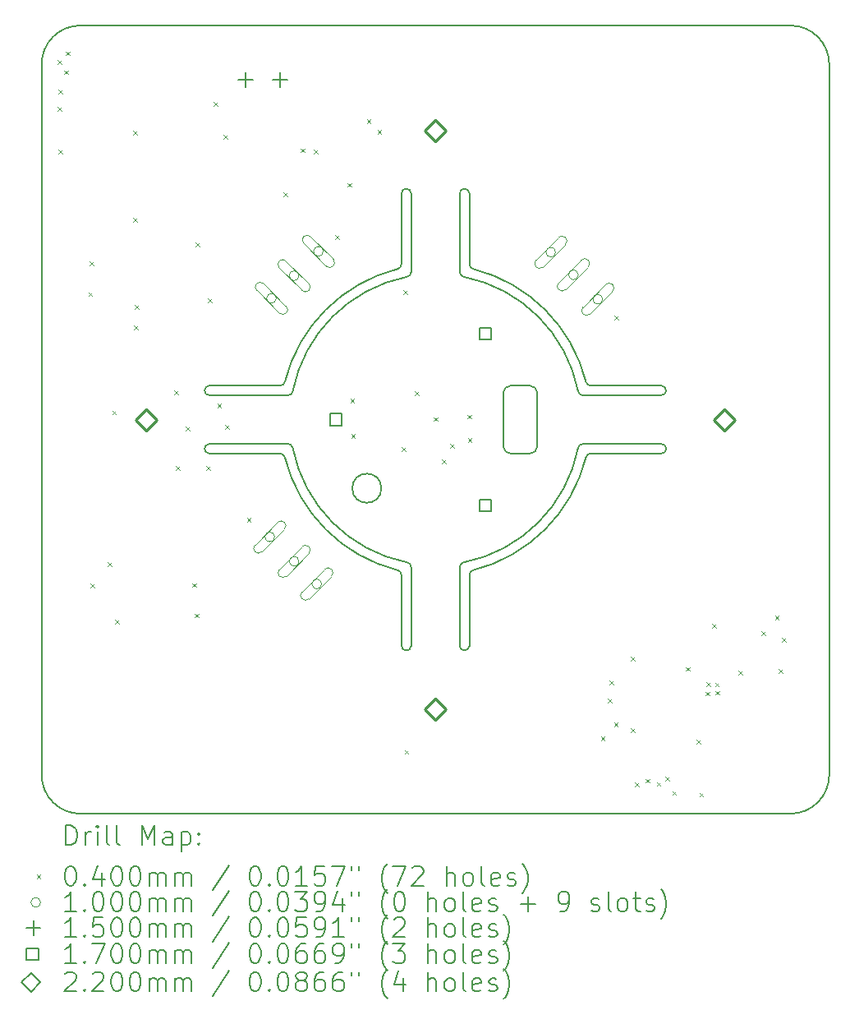
<source format=gbr>
%TF.GenerationSoftware,KiCad,Pcbnew,7.0.10*%
%TF.CreationDate,2024-07-31T11:11:18+01:00*%
%TF.ProjectId,algoritmi_foc,616c676f-7269-4746-9d69-5f666f632e6b,Andr_s Motta*%
%TF.SameCoordinates,Original*%
%TF.FileFunction,Drillmap*%
%TF.FilePolarity,Positive*%
%FSLAX45Y45*%
G04 Gerber Fmt 4.5, Leading zero omitted, Abs format (unit mm)*
G04 Created by KiCad (PCBNEW 7.0.10) date 2024-07-31 11:11:18*
%MOMM*%
%LPD*%
G01*
G04 APERTURE LIST*
%ADD10C,0.200000*%
%ADD11C,0.100000*%
%ADD12C,0.150000*%
%ADD13C,0.170000*%
%ADD14C,0.220000*%
G04 APERTURE END LIST*
D10*
X11263149Y-5381535D02*
G75*
G03*
X11311659Y-5419413I48511J12125D01*
G01*
X9960878Y-8098433D02*
G75*
G03*
X10060878Y-8098433I50000J0D01*
G01*
X9960878Y-3440393D02*
X9960878Y-4248723D01*
X10060875Y-4168632D02*
G75*
G03*
X10098756Y-4217141I50015J12D01*
G01*
X6050878Y-1709413D02*
X13370878Y-1709413D01*
X12039897Y-6119407D02*
G75*
G03*
X12039897Y-6019413I3J49997D01*
G01*
X9460878Y-4248723D02*
X9460878Y-3440393D01*
X9420555Y-4297778D02*
G75*
G03*
X8239242Y-5479091I290322J-1471635D01*
G01*
X10098755Y-7321682D02*
G75*
G03*
X10060878Y-7370194I12135J-48518D01*
G01*
X8190187Y-6019413D02*
X7381858Y-6019413D01*
X9153771Y-6476520D02*
G75*
G03*
X8853771Y-6476520I-150000J0D01*
G01*
X8853771Y-6476520D02*
G75*
G03*
X9153771Y-6476520I150000J0D01*
G01*
X7381858Y-6019407D02*
G75*
G03*
X7381858Y-6119413I2J-50003D01*
G01*
X8239234Y-6059737D02*
G75*
G03*
X8190187Y-6019413I-49044J-9663D01*
G01*
X9460878Y-3440393D02*
G75*
G03*
X9360878Y-3440393I-50000J0D01*
G01*
X9460884Y-7290104D02*
G75*
G03*
X9420555Y-7241049I-49994J4D01*
G01*
X10001200Y-7241049D02*
G75*
G03*
X11182514Y-6059736I-290323J1471637D01*
G01*
X10685878Y-6119417D02*
G75*
G03*
X10760878Y-6044413I3J74998D01*
G01*
X10760878Y-6044413D02*
X10760878Y-5494413D01*
X9322999Y-4217141D02*
G75*
G03*
X8158605Y-5381535I387878J-1552272D01*
G01*
X11263149Y-5381535D02*
G75*
G03*
X10098756Y-4217141I-1552269J-387875D01*
G01*
X10098756Y-7321686D02*
G75*
G03*
X11263150Y-6157292I-387878J1552272D01*
G01*
X8190187Y-5519408D02*
G75*
G03*
X8239241Y-5479091I3J49998D01*
G01*
X8239241Y-6059736D02*
G75*
G03*
X9420555Y-7241049I1471635J290322D01*
G01*
X11182513Y-5479091D02*
G75*
G03*
X11231568Y-5519414I49057J9681D01*
G01*
X9248878Y-9829413D02*
X6050878Y-9829413D01*
X9420556Y-4297783D02*
G75*
G03*
X9460878Y-4248723I-9676J49053D01*
G01*
X11311659Y-6119417D02*
G75*
G03*
X11263150Y-6157292I1J-50003D01*
G01*
X10060878Y-4168632D02*
X10060878Y-3440393D01*
X6050878Y-1709414D02*
G75*
G03*
X5650878Y-2109413I-1J-399999D01*
G01*
X11231568Y-6019417D02*
G75*
G03*
X11182514Y-6059736I2J-50003D01*
G01*
X11311659Y-6119413D02*
X12039897Y-6119413D01*
X9460878Y-8098433D02*
X9460878Y-7290104D01*
X9360883Y-7370194D02*
G75*
G03*
X9322999Y-7321686I-49993J4D01*
G01*
X12039897Y-6019413D02*
X11231568Y-6019413D01*
X8110097Y-5419407D02*
G75*
G03*
X8158605Y-5381535I3J49997D01*
G01*
X9360878Y-8098433D02*
G75*
G03*
X9460878Y-8098433I50000J0D01*
G01*
X10410877Y-6044413D02*
G75*
G03*
X10485878Y-6119413I75003J3D01*
G01*
X10060878Y-8098433D02*
X10060878Y-7370194D01*
X13770878Y-2109413D02*
X13770878Y-9429413D01*
X10060878Y-3440393D02*
G75*
G03*
X9960878Y-3440393I-50000J0D01*
G01*
X8110097Y-5419413D02*
X7381858Y-5419413D01*
X11182513Y-5479091D02*
G75*
G03*
X10001200Y-4297777I-1471637J-290323D01*
G01*
X11231568Y-5519413D02*
X12039897Y-5519413D01*
X9360878Y-3440393D02*
X9360878Y-4168632D01*
X13370878Y-9829418D02*
G75*
G03*
X13770878Y-9429413I2J399998D01*
G01*
X8158604Y-6157292D02*
G75*
G03*
X9322999Y-7321686I1552276J387882D01*
G01*
X9323000Y-4217146D02*
G75*
G03*
X9360878Y-4168632I-12120J48506D01*
G01*
X7381858Y-6119413D02*
X8110097Y-6119413D01*
X10685878Y-5419413D02*
X10485878Y-5419413D01*
X10001201Y-7241053D02*
G75*
G03*
X9960877Y-7290104I9679J-49057D01*
G01*
X12039897Y-5519407D02*
G75*
G03*
X12039897Y-5419413I3J49997D01*
G01*
X13370878Y-9829413D02*
X9248878Y-9829413D01*
X8158606Y-6157292D02*
G75*
G03*
X8110097Y-6119413I-48506J-12118D01*
G01*
X7381858Y-5519413D02*
X8190187Y-5519413D01*
X5650878Y-9429413D02*
X5650878Y-2109413D01*
X10760877Y-5494413D02*
G75*
G03*
X10685878Y-5419413I-74997J3D01*
G01*
X10485878Y-6119413D02*
X10685878Y-6119413D01*
X9960885Y-4248723D02*
G75*
G03*
X10001200Y-4297777I50005J3D01*
G01*
X5650877Y-9429413D02*
G75*
G03*
X6050878Y-9829413I400003J3D01*
G01*
X9960878Y-7290104D02*
X9960878Y-8098433D01*
X9360878Y-7370194D02*
X9360878Y-8098433D01*
X10485878Y-5419418D02*
G75*
G03*
X10410878Y-5494413I3J-75003D01*
G01*
X13770877Y-2109413D02*
G75*
G03*
X13370878Y-1709413I-399997J3D01*
G01*
X10410878Y-5494413D02*
X10410878Y-6044413D01*
X12039897Y-5419413D02*
X11311659Y-5419413D01*
X7381858Y-5419407D02*
G75*
G03*
X7381858Y-5519413I2J-50003D01*
G01*
D11*
X5813720Y-2066256D02*
X5853720Y-2106256D01*
X5853720Y-2066256D02*
X5813720Y-2106256D01*
X5815720Y-2546256D02*
X5855720Y-2586256D01*
X5855720Y-2546256D02*
X5815720Y-2586256D01*
X5826720Y-2370256D02*
X5866720Y-2410256D01*
X5866720Y-2370256D02*
X5826720Y-2410256D01*
X5826720Y-2990256D02*
X5866720Y-3030256D01*
X5866720Y-2990256D02*
X5826720Y-3030256D01*
X5885720Y-2171256D02*
X5925720Y-2211256D01*
X5925720Y-2171256D02*
X5885720Y-2211256D01*
X5897720Y-1977256D02*
X5937720Y-2017256D01*
X5937720Y-1977256D02*
X5897720Y-2017256D01*
X6133720Y-4458944D02*
X6173720Y-4498944D01*
X6173720Y-4458944D02*
X6133720Y-4498944D01*
X6143720Y-4138256D02*
X6183720Y-4178256D01*
X6183720Y-4138256D02*
X6143720Y-4178256D01*
X6155352Y-7458624D02*
X6195352Y-7498624D01*
X6195352Y-7458624D02*
X6155352Y-7498624D01*
X6329720Y-7240256D02*
X6369720Y-7280256D01*
X6369720Y-7240256D02*
X6329720Y-7280256D01*
X6378720Y-5678256D02*
X6418720Y-5718256D01*
X6418720Y-5678256D02*
X6378720Y-5718256D01*
X6409720Y-7834256D02*
X6449720Y-7874256D01*
X6449720Y-7834256D02*
X6409720Y-7874256D01*
X6597720Y-2795256D02*
X6637720Y-2835256D01*
X6637720Y-2795256D02*
X6597720Y-2835256D01*
X6597720Y-3693256D02*
X6637720Y-3733256D01*
X6637720Y-3693256D02*
X6597720Y-3733256D01*
X6601720Y-4802256D02*
X6641720Y-4842256D01*
X6641720Y-4802256D02*
X6601720Y-4842256D01*
X6609720Y-4588256D02*
X6649720Y-4628256D01*
X6649720Y-4588256D02*
X6609720Y-4628256D01*
X7020720Y-5471256D02*
X7060720Y-5511256D01*
X7060720Y-5471256D02*
X7020720Y-5511256D01*
X7036720Y-6248256D02*
X7076720Y-6288256D01*
X7076720Y-6248256D02*
X7036720Y-6288256D01*
X7134720Y-5839256D02*
X7174720Y-5879256D01*
X7174720Y-5839256D02*
X7134720Y-5879256D01*
X7206652Y-7455187D02*
X7246652Y-7495187D01*
X7246652Y-7455187D02*
X7206652Y-7495187D01*
X7231720Y-7768256D02*
X7271720Y-7808256D01*
X7271720Y-7768256D02*
X7231720Y-7808256D01*
X7240720Y-3943256D02*
X7280720Y-3983256D01*
X7280720Y-3943256D02*
X7240720Y-3983256D01*
X7348720Y-6246256D02*
X7388720Y-6286256D01*
X7388720Y-6246256D02*
X7348720Y-6286256D01*
X7362720Y-4524256D02*
X7402720Y-4564256D01*
X7402720Y-4524256D02*
X7362720Y-4564256D01*
X7426720Y-2496256D02*
X7466720Y-2536256D01*
X7466720Y-2496256D02*
X7426720Y-2536256D01*
X7463720Y-5607256D02*
X7503720Y-5647256D01*
X7503720Y-5607256D02*
X7463720Y-5647256D01*
X7526720Y-2838256D02*
X7566720Y-2878256D01*
X7566720Y-2838256D02*
X7526720Y-2878256D01*
X7541720Y-5824256D02*
X7581720Y-5864256D01*
X7581720Y-5824256D02*
X7541720Y-5864256D01*
X7767720Y-6781256D02*
X7807720Y-6821256D01*
X7807720Y-6781256D02*
X7767720Y-6821256D01*
X8145720Y-3432256D02*
X8185720Y-3472256D01*
X8185720Y-3432256D02*
X8145720Y-3472256D01*
X8319720Y-2977256D02*
X8359720Y-3017256D01*
X8359720Y-2977256D02*
X8319720Y-3017256D01*
X8458720Y-2986256D02*
X8498720Y-3026256D01*
X8498720Y-2986256D02*
X8458720Y-3026256D01*
X8677720Y-3869256D02*
X8717720Y-3909256D01*
X8717720Y-3869256D02*
X8677720Y-3909256D01*
X8806720Y-3332256D02*
X8846720Y-3372256D01*
X8846720Y-3332256D02*
X8806720Y-3372256D01*
X8833720Y-5554256D02*
X8873720Y-5594256D01*
X8873720Y-5554256D02*
X8833720Y-5594256D01*
X8842720Y-5918256D02*
X8882720Y-5958256D01*
X8882720Y-5918256D02*
X8842720Y-5958256D01*
X9003720Y-2677256D02*
X9043720Y-2717256D01*
X9043720Y-2677256D02*
X9003720Y-2717256D01*
X9112720Y-2787256D02*
X9152720Y-2827256D01*
X9152720Y-2787256D02*
X9112720Y-2827256D01*
X9361720Y-6055256D02*
X9401720Y-6095256D01*
X9401720Y-6055256D02*
X9361720Y-6095256D01*
X9379720Y-4435256D02*
X9419720Y-4475256D01*
X9419720Y-4435256D02*
X9379720Y-4475256D01*
X9392720Y-9173256D02*
X9432720Y-9213256D01*
X9432720Y-9173256D02*
X9392720Y-9213256D01*
X9498720Y-5479256D02*
X9538720Y-5519256D01*
X9538720Y-5479256D02*
X9498720Y-5519256D01*
X9690720Y-5745256D02*
X9730720Y-5785256D01*
X9730720Y-5745256D02*
X9690720Y-5785256D01*
X9779720Y-6181256D02*
X9819720Y-6221256D01*
X9819720Y-6181256D02*
X9779720Y-6221256D01*
X9861720Y-6021256D02*
X9901720Y-6061256D01*
X9901720Y-6021256D02*
X9861720Y-6061256D01*
X10042720Y-5719256D02*
X10082720Y-5759256D01*
X10082720Y-5719256D02*
X10042720Y-5759256D01*
X10044720Y-5963256D02*
X10084720Y-6003256D01*
X10084720Y-5963256D02*
X10044720Y-6003256D01*
X11417720Y-9031256D02*
X11457720Y-9071256D01*
X11457720Y-9031256D02*
X11417720Y-9071256D01*
X11490720Y-8647256D02*
X11530720Y-8687256D01*
X11530720Y-8647256D02*
X11490720Y-8687256D01*
X11503720Y-8460256D02*
X11543720Y-8500256D01*
X11543720Y-8460256D02*
X11503720Y-8500256D01*
X11552720Y-8893256D02*
X11592720Y-8933256D01*
X11592720Y-8893256D02*
X11552720Y-8933256D01*
X11554720Y-4701256D02*
X11594720Y-4741256D01*
X11594720Y-4701256D02*
X11554720Y-4741256D01*
X11722720Y-8213256D02*
X11762720Y-8253256D01*
X11762720Y-8213256D02*
X11722720Y-8253256D01*
X11726720Y-8950256D02*
X11766720Y-8990256D01*
X11766720Y-8950256D02*
X11726720Y-8990256D01*
X11769720Y-9505256D02*
X11809720Y-9545256D01*
X11809720Y-9505256D02*
X11769720Y-9545256D01*
X11880720Y-9470256D02*
X11920720Y-9510256D01*
X11920720Y-9470256D02*
X11880720Y-9510256D01*
X11991720Y-9504256D02*
X12031720Y-9544256D01*
X12031720Y-9504256D02*
X11991720Y-9544256D01*
X12082720Y-9448256D02*
X12122720Y-9488256D01*
X12122720Y-9448256D02*
X12082720Y-9488256D01*
X12152720Y-9598256D02*
X12192720Y-9638256D01*
X12192720Y-9598256D02*
X12152720Y-9638256D01*
X12293720Y-8319256D02*
X12333720Y-8359256D01*
X12333720Y-8319256D02*
X12293720Y-8359256D01*
X12402720Y-9067256D02*
X12442720Y-9107256D01*
X12442720Y-9067256D02*
X12402720Y-9107256D01*
X12433720Y-9615256D02*
X12473720Y-9655256D01*
X12473720Y-9615256D02*
X12433720Y-9655256D01*
X12498720Y-8573113D02*
X12538720Y-8613113D01*
X12538720Y-8573113D02*
X12498720Y-8613113D01*
X12503151Y-8474256D02*
X12543151Y-8514256D01*
X12543151Y-8474256D02*
X12503151Y-8514256D01*
X12561720Y-7871256D02*
X12601720Y-7911256D01*
X12601720Y-7871256D02*
X12561720Y-7911256D01*
X12593720Y-8479256D02*
X12633720Y-8519256D01*
X12633720Y-8479256D02*
X12593720Y-8519256D01*
X12598720Y-8563395D02*
X12638720Y-8603395D01*
X12638720Y-8563395D02*
X12598720Y-8603395D01*
X12833720Y-8359256D02*
X12873720Y-8399256D01*
X12873720Y-8359256D02*
X12833720Y-8399256D01*
X13071720Y-7951256D02*
X13111720Y-7991256D01*
X13111720Y-7951256D02*
X13071720Y-7991256D01*
X13211720Y-7787256D02*
X13251720Y-7827256D01*
X13251720Y-7787256D02*
X13211720Y-7827256D01*
X13250720Y-8339256D02*
X13290720Y-8379256D01*
X13290720Y-8339256D02*
X13250720Y-8379256D01*
X13282720Y-8015256D02*
X13322720Y-8055256D01*
X13322720Y-8015256D02*
X13282720Y-8055256D01*
X8053352Y-6978888D02*
G75*
G03*
X7953352Y-6978888I-50000J0D01*
G01*
X7953352Y-6978888D02*
G75*
G03*
X8053352Y-6978888I50000J0D01*
G01*
X7922035Y-7130916D02*
X8155380Y-6897570D01*
X8155380Y-6897570D02*
G75*
G03*
X8084669Y-6826860I-35355J35355D01*
G01*
X8084669Y-6826860D02*
X7851324Y-7060205D01*
X7851324Y-7060205D02*
G75*
G03*
X7922035Y-7130916I35355J-35355D01*
G01*
X8070536Y-4520440D02*
G75*
G03*
X7970536Y-4520440I-50000J0D01*
G01*
X7970536Y-4520440D02*
G75*
G03*
X8070536Y-4520440I50000J0D01*
G01*
X7868508Y-4439123D02*
X8101853Y-4672468D01*
X8101853Y-4672468D02*
G75*
G03*
X8172564Y-4601757I35355J35355D01*
G01*
X8172564Y-4601757D02*
X7939219Y-4368412D01*
X7939219Y-4368412D02*
G75*
G03*
X7868508Y-4439123I-35355J-35355D01*
G01*
X8303881Y-4287095D02*
G75*
G03*
X8203881Y-4287095I-50000J0D01*
G01*
X8203881Y-4287095D02*
G75*
G03*
X8303881Y-4287095I50000J0D01*
G01*
X8101853Y-4205777D02*
X8335199Y-4439123D01*
X8335199Y-4439123D02*
G75*
G03*
X8405909Y-4368412I35355J35355D01*
G01*
X8405910Y-4368412D02*
X8172564Y-4135067D01*
X8172564Y-4135067D02*
G75*
G03*
X8101854Y-4205777I-35355J-35355D01*
G01*
X8304375Y-7229911D02*
G75*
G03*
X8204375Y-7229911I-50000J0D01*
G01*
X8204375Y-7229911D02*
G75*
G03*
X8304375Y-7229911I50000J0D01*
G01*
X8173058Y-7381939D02*
X8406403Y-7148593D01*
X8406403Y-7148593D02*
G75*
G03*
X8335692Y-7077883I-35355J35355D01*
G01*
X8335692Y-7077883D02*
X8102347Y-7311228D01*
X8102347Y-7311228D02*
G75*
G03*
X8173058Y-7381938I35355J-35355D01*
G01*
X8537720Y-7463256D02*
G75*
G03*
X8437720Y-7463256I-50000J0D01*
G01*
X8437720Y-7463256D02*
G75*
G03*
X8537720Y-7463256I50000J0D01*
G01*
X8406403Y-7615284D02*
X8639748Y-7381939D01*
X8639748Y-7381939D02*
G75*
G03*
X8569038Y-7311228I-35355J35355D01*
G01*
X8569038Y-7311228D02*
X8335692Y-7544573D01*
X8335692Y-7544573D02*
G75*
G03*
X8406403Y-7615284I35355J-35355D01*
G01*
X8554904Y-4036072D02*
G75*
G03*
X8454904Y-4036072I-50000J0D01*
G01*
X8454904Y-4036072D02*
G75*
G03*
X8554904Y-4036072I50000J0D01*
G01*
X8352876Y-3954754D02*
X8586222Y-4188100D01*
X8586222Y-4188100D02*
G75*
G03*
X8656932Y-4117389I35355J35355D01*
G01*
X8656932Y-4117389D02*
X8423587Y-3884044D01*
X8423587Y-3884044D02*
G75*
G03*
X8352876Y-3954754I-35355J-35355D01*
G01*
X10950352Y-4044888D02*
G75*
G03*
X10850352Y-4044888I-50000J0D01*
G01*
X10850352Y-4044888D02*
G75*
G03*
X10950352Y-4044888I50000J0D01*
G01*
X10981669Y-3892860D02*
X10748324Y-4126205D01*
X10748324Y-4126205D02*
G75*
G03*
X10819035Y-4196916I35355J-35355D01*
G01*
X10819035Y-4196916D02*
X11052380Y-3963570D01*
X11052380Y-3963570D02*
G75*
G03*
X10981669Y-3892860I-35355J35355D01*
G01*
X11183697Y-4278233D02*
G75*
G03*
X11083697Y-4278233I-50000J0D01*
G01*
X11083697Y-4278233D02*
G75*
G03*
X11183697Y-4278233I50000J0D01*
G01*
X11215015Y-4126205D02*
X10981669Y-4359550D01*
X10981670Y-4359550D02*
G75*
G03*
X11052380Y-4430261I35355J-35355D01*
G01*
X11052380Y-4430261D02*
X11285725Y-4196916D01*
X11285725Y-4196916D02*
G75*
G03*
X11215015Y-4126205I-35355J35355D01*
G01*
X11434720Y-4529256D02*
G75*
G03*
X11334720Y-4529256I-50000J0D01*
G01*
X11334720Y-4529256D02*
G75*
G03*
X11434720Y-4529256I50000J0D01*
G01*
X11466038Y-4377228D02*
X11232692Y-4610573D01*
X11232692Y-4610573D02*
G75*
G03*
X11303403Y-4681284I35355J-35355D01*
G01*
X11303403Y-4681284D02*
X11536748Y-4447939D01*
X11536748Y-4447939D02*
G75*
G03*
X11466038Y-4377228I-35355J35355D01*
G01*
D12*
X7754720Y-2190256D02*
X7754720Y-2340256D01*
X7679720Y-2265256D02*
X7829720Y-2265256D01*
X8110720Y-2191256D02*
X8110720Y-2341256D01*
X8035720Y-2266256D02*
X8185720Y-2266256D01*
D13*
X8745897Y-5829518D02*
X8745897Y-5709309D01*
X8625688Y-5709309D01*
X8625688Y-5829518D01*
X8745897Y-5829518D01*
X10283525Y-4941768D02*
X10283525Y-4821559D01*
X10163316Y-4821559D01*
X10163316Y-4941768D01*
X10283525Y-4941768D01*
X10283525Y-6717268D02*
X10283525Y-6597058D01*
X10163316Y-6597058D01*
X10163316Y-6717268D01*
X10283525Y-6717268D01*
D14*
X6730878Y-5879413D02*
X6840878Y-5769413D01*
X6730878Y-5659413D01*
X6620878Y-5769413D01*
X6730878Y-5879413D01*
X9710878Y-2899413D02*
X9820878Y-2789413D01*
X9710878Y-2679413D01*
X9600878Y-2789413D01*
X9710878Y-2899413D01*
X9710878Y-8859413D02*
X9820878Y-8749413D01*
X9710878Y-8639413D01*
X9600878Y-8749413D01*
X9710878Y-8859413D01*
X12690878Y-5879413D02*
X12800878Y-5769413D01*
X12690878Y-5659413D01*
X12580878Y-5769413D01*
X12690878Y-5879413D01*
D10*
X5901654Y-10150901D02*
X5901654Y-9950901D01*
X5901654Y-9950901D02*
X5949273Y-9950901D01*
X5949273Y-9950901D02*
X5977845Y-9960425D01*
X5977845Y-9960425D02*
X5996893Y-9979473D01*
X5996893Y-9979473D02*
X6006416Y-9998520D01*
X6006416Y-9998520D02*
X6015940Y-10036616D01*
X6015940Y-10036616D02*
X6015940Y-10065187D01*
X6015940Y-10065187D02*
X6006416Y-10103282D01*
X6006416Y-10103282D02*
X5996893Y-10122330D01*
X5996893Y-10122330D02*
X5977845Y-10141378D01*
X5977845Y-10141378D02*
X5949273Y-10150901D01*
X5949273Y-10150901D02*
X5901654Y-10150901D01*
X6101654Y-10150901D02*
X6101654Y-10017568D01*
X6101654Y-10055663D02*
X6111178Y-10036616D01*
X6111178Y-10036616D02*
X6120702Y-10027092D01*
X6120702Y-10027092D02*
X6139750Y-10017568D01*
X6139750Y-10017568D02*
X6158797Y-10017568D01*
X6225464Y-10150901D02*
X6225464Y-10017568D01*
X6225464Y-9950901D02*
X6215940Y-9960425D01*
X6215940Y-9960425D02*
X6225464Y-9969949D01*
X6225464Y-9969949D02*
X6234988Y-9960425D01*
X6234988Y-9960425D02*
X6225464Y-9950901D01*
X6225464Y-9950901D02*
X6225464Y-9969949D01*
X6349273Y-10150901D02*
X6330226Y-10141378D01*
X6330226Y-10141378D02*
X6320702Y-10122330D01*
X6320702Y-10122330D02*
X6320702Y-9950901D01*
X6454035Y-10150901D02*
X6434988Y-10141378D01*
X6434988Y-10141378D02*
X6425464Y-10122330D01*
X6425464Y-10122330D02*
X6425464Y-9950901D01*
X6682607Y-10150901D02*
X6682607Y-9950901D01*
X6682607Y-9950901D02*
X6749274Y-10093759D01*
X6749274Y-10093759D02*
X6815940Y-9950901D01*
X6815940Y-9950901D02*
X6815940Y-10150901D01*
X6996893Y-10150901D02*
X6996893Y-10046140D01*
X6996893Y-10046140D02*
X6987369Y-10027092D01*
X6987369Y-10027092D02*
X6968321Y-10017568D01*
X6968321Y-10017568D02*
X6930226Y-10017568D01*
X6930226Y-10017568D02*
X6911178Y-10027092D01*
X6996893Y-10141378D02*
X6977845Y-10150901D01*
X6977845Y-10150901D02*
X6930226Y-10150901D01*
X6930226Y-10150901D02*
X6911178Y-10141378D01*
X6911178Y-10141378D02*
X6901654Y-10122330D01*
X6901654Y-10122330D02*
X6901654Y-10103282D01*
X6901654Y-10103282D02*
X6911178Y-10084235D01*
X6911178Y-10084235D02*
X6930226Y-10074711D01*
X6930226Y-10074711D02*
X6977845Y-10074711D01*
X6977845Y-10074711D02*
X6996893Y-10065187D01*
X7092131Y-10017568D02*
X7092131Y-10217568D01*
X7092131Y-10027092D02*
X7111178Y-10017568D01*
X7111178Y-10017568D02*
X7149274Y-10017568D01*
X7149274Y-10017568D02*
X7168321Y-10027092D01*
X7168321Y-10027092D02*
X7177845Y-10036616D01*
X7177845Y-10036616D02*
X7187369Y-10055663D01*
X7187369Y-10055663D02*
X7187369Y-10112806D01*
X7187369Y-10112806D02*
X7177845Y-10131854D01*
X7177845Y-10131854D02*
X7168321Y-10141378D01*
X7168321Y-10141378D02*
X7149274Y-10150901D01*
X7149274Y-10150901D02*
X7111178Y-10150901D01*
X7111178Y-10150901D02*
X7092131Y-10141378D01*
X7273083Y-10131854D02*
X7282607Y-10141378D01*
X7282607Y-10141378D02*
X7273083Y-10150901D01*
X7273083Y-10150901D02*
X7263559Y-10141378D01*
X7263559Y-10141378D02*
X7273083Y-10131854D01*
X7273083Y-10131854D02*
X7273083Y-10150901D01*
X7273083Y-10027092D02*
X7282607Y-10036616D01*
X7282607Y-10036616D02*
X7273083Y-10046140D01*
X7273083Y-10046140D02*
X7263559Y-10036616D01*
X7263559Y-10036616D02*
X7273083Y-10027092D01*
X7273083Y-10027092D02*
X7273083Y-10046140D01*
D11*
X5600878Y-10459418D02*
X5640878Y-10499418D01*
X5640878Y-10459418D02*
X5600878Y-10499418D01*
D10*
X5939750Y-10370901D02*
X5958797Y-10370901D01*
X5958797Y-10370901D02*
X5977845Y-10380425D01*
X5977845Y-10380425D02*
X5987369Y-10389949D01*
X5987369Y-10389949D02*
X5996893Y-10408997D01*
X5996893Y-10408997D02*
X6006416Y-10447092D01*
X6006416Y-10447092D02*
X6006416Y-10494711D01*
X6006416Y-10494711D02*
X5996893Y-10532806D01*
X5996893Y-10532806D02*
X5987369Y-10551854D01*
X5987369Y-10551854D02*
X5977845Y-10561378D01*
X5977845Y-10561378D02*
X5958797Y-10570901D01*
X5958797Y-10570901D02*
X5939750Y-10570901D01*
X5939750Y-10570901D02*
X5920702Y-10561378D01*
X5920702Y-10561378D02*
X5911178Y-10551854D01*
X5911178Y-10551854D02*
X5901654Y-10532806D01*
X5901654Y-10532806D02*
X5892131Y-10494711D01*
X5892131Y-10494711D02*
X5892131Y-10447092D01*
X5892131Y-10447092D02*
X5901654Y-10408997D01*
X5901654Y-10408997D02*
X5911178Y-10389949D01*
X5911178Y-10389949D02*
X5920702Y-10380425D01*
X5920702Y-10380425D02*
X5939750Y-10370901D01*
X6092131Y-10551854D02*
X6101654Y-10561378D01*
X6101654Y-10561378D02*
X6092131Y-10570901D01*
X6092131Y-10570901D02*
X6082607Y-10561378D01*
X6082607Y-10561378D02*
X6092131Y-10551854D01*
X6092131Y-10551854D02*
X6092131Y-10570901D01*
X6273083Y-10437568D02*
X6273083Y-10570901D01*
X6225464Y-10361378D02*
X6177845Y-10504235D01*
X6177845Y-10504235D02*
X6301654Y-10504235D01*
X6415940Y-10370901D02*
X6434988Y-10370901D01*
X6434988Y-10370901D02*
X6454035Y-10380425D01*
X6454035Y-10380425D02*
X6463559Y-10389949D01*
X6463559Y-10389949D02*
X6473083Y-10408997D01*
X6473083Y-10408997D02*
X6482607Y-10447092D01*
X6482607Y-10447092D02*
X6482607Y-10494711D01*
X6482607Y-10494711D02*
X6473083Y-10532806D01*
X6473083Y-10532806D02*
X6463559Y-10551854D01*
X6463559Y-10551854D02*
X6454035Y-10561378D01*
X6454035Y-10561378D02*
X6434988Y-10570901D01*
X6434988Y-10570901D02*
X6415940Y-10570901D01*
X6415940Y-10570901D02*
X6396893Y-10561378D01*
X6396893Y-10561378D02*
X6387369Y-10551854D01*
X6387369Y-10551854D02*
X6377845Y-10532806D01*
X6377845Y-10532806D02*
X6368321Y-10494711D01*
X6368321Y-10494711D02*
X6368321Y-10447092D01*
X6368321Y-10447092D02*
X6377845Y-10408997D01*
X6377845Y-10408997D02*
X6387369Y-10389949D01*
X6387369Y-10389949D02*
X6396893Y-10380425D01*
X6396893Y-10380425D02*
X6415940Y-10370901D01*
X6606416Y-10370901D02*
X6625464Y-10370901D01*
X6625464Y-10370901D02*
X6644512Y-10380425D01*
X6644512Y-10380425D02*
X6654035Y-10389949D01*
X6654035Y-10389949D02*
X6663559Y-10408997D01*
X6663559Y-10408997D02*
X6673083Y-10447092D01*
X6673083Y-10447092D02*
X6673083Y-10494711D01*
X6673083Y-10494711D02*
X6663559Y-10532806D01*
X6663559Y-10532806D02*
X6654035Y-10551854D01*
X6654035Y-10551854D02*
X6644512Y-10561378D01*
X6644512Y-10561378D02*
X6625464Y-10570901D01*
X6625464Y-10570901D02*
X6606416Y-10570901D01*
X6606416Y-10570901D02*
X6587369Y-10561378D01*
X6587369Y-10561378D02*
X6577845Y-10551854D01*
X6577845Y-10551854D02*
X6568321Y-10532806D01*
X6568321Y-10532806D02*
X6558797Y-10494711D01*
X6558797Y-10494711D02*
X6558797Y-10447092D01*
X6558797Y-10447092D02*
X6568321Y-10408997D01*
X6568321Y-10408997D02*
X6577845Y-10389949D01*
X6577845Y-10389949D02*
X6587369Y-10380425D01*
X6587369Y-10380425D02*
X6606416Y-10370901D01*
X6758797Y-10570901D02*
X6758797Y-10437568D01*
X6758797Y-10456616D02*
X6768321Y-10447092D01*
X6768321Y-10447092D02*
X6787369Y-10437568D01*
X6787369Y-10437568D02*
X6815940Y-10437568D01*
X6815940Y-10437568D02*
X6834988Y-10447092D01*
X6834988Y-10447092D02*
X6844512Y-10466140D01*
X6844512Y-10466140D02*
X6844512Y-10570901D01*
X6844512Y-10466140D02*
X6854035Y-10447092D01*
X6854035Y-10447092D02*
X6873083Y-10437568D01*
X6873083Y-10437568D02*
X6901654Y-10437568D01*
X6901654Y-10437568D02*
X6920702Y-10447092D01*
X6920702Y-10447092D02*
X6930226Y-10466140D01*
X6930226Y-10466140D02*
X6930226Y-10570901D01*
X7025464Y-10570901D02*
X7025464Y-10437568D01*
X7025464Y-10456616D02*
X7034988Y-10447092D01*
X7034988Y-10447092D02*
X7054035Y-10437568D01*
X7054035Y-10437568D02*
X7082607Y-10437568D01*
X7082607Y-10437568D02*
X7101655Y-10447092D01*
X7101655Y-10447092D02*
X7111178Y-10466140D01*
X7111178Y-10466140D02*
X7111178Y-10570901D01*
X7111178Y-10466140D02*
X7120702Y-10447092D01*
X7120702Y-10447092D02*
X7139750Y-10437568D01*
X7139750Y-10437568D02*
X7168321Y-10437568D01*
X7168321Y-10437568D02*
X7187369Y-10447092D01*
X7187369Y-10447092D02*
X7196893Y-10466140D01*
X7196893Y-10466140D02*
X7196893Y-10570901D01*
X7587369Y-10361378D02*
X7415940Y-10618520D01*
X7844512Y-10370901D02*
X7863559Y-10370901D01*
X7863559Y-10370901D02*
X7882607Y-10380425D01*
X7882607Y-10380425D02*
X7892131Y-10389949D01*
X7892131Y-10389949D02*
X7901655Y-10408997D01*
X7901655Y-10408997D02*
X7911178Y-10447092D01*
X7911178Y-10447092D02*
X7911178Y-10494711D01*
X7911178Y-10494711D02*
X7901655Y-10532806D01*
X7901655Y-10532806D02*
X7892131Y-10551854D01*
X7892131Y-10551854D02*
X7882607Y-10561378D01*
X7882607Y-10561378D02*
X7863559Y-10570901D01*
X7863559Y-10570901D02*
X7844512Y-10570901D01*
X7844512Y-10570901D02*
X7825464Y-10561378D01*
X7825464Y-10561378D02*
X7815940Y-10551854D01*
X7815940Y-10551854D02*
X7806417Y-10532806D01*
X7806417Y-10532806D02*
X7796893Y-10494711D01*
X7796893Y-10494711D02*
X7796893Y-10447092D01*
X7796893Y-10447092D02*
X7806417Y-10408997D01*
X7806417Y-10408997D02*
X7815940Y-10389949D01*
X7815940Y-10389949D02*
X7825464Y-10380425D01*
X7825464Y-10380425D02*
X7844512Y-10370901D01*
X7996893Y-10551854D02*
X8006417Y-10561378D01*
X8006417Y-10561378D02*
X7996893Y-10570901D01*
X7996893Y-10570901D02*
X7987369Y-10561378D01*
X7987369Y-10561378D02*
X7996893Y-10551854D01*
X7996893Y-10551854D02*
X7996893Y-10570901D01*
X8130226Y-10370901D02*
X8149274Y-10370901D01*
X8149274Y-10370901D02*
X8168321Y-10380425D01*
X8168321Y-10380425D02*
X8177845Y-10389949D01*
X8177845Y-10389949D02*
X8187369Y-10408997D01*
X8187369Y-10408997D02*
X8196893Y-10447092D01*
X8196893Y-10447092D02*
X8196893Y-10494711D01*
X8196893Y-10494711D02*
X8187369Y-10532806D01*
X8187369Y-10532806D02*
X8177845Y-10551854D01*
X8177845Y-10551854D02*
X8168321Y-10561378D01*
X8168321Y-10561378D02*
X8149274Y-10570901D01*
X8149274Y-10570901D02*
X8130226Y-10570901D01*
X8130226Y-10570901D02*
X8111178Y-10561378D01*
X8111178Y-10561378D02*
X8101655Y-10551854D01*
X8101655Y-10551854D02*
X8092131Y-10532806D01*
X8092131Y-10532806D02*
X8082607Y-10494711D01*
X8082607Y-10494711D02*
X8082607Y-10447092D01*
X8082607Y-10447092D02*
X8092131Y-10408997D01*
X8092131Y-10408997D02*
X8101655Y-10389949D01*
X8101655Y-10389949D02*
X8111178Y-10380425D01*
X8111178Y-10380425D02*
X8130226Y-10370901D01*
X8387369Y-10570901D02*
X8273083Y-10570901D01*
X8330226Y-10570901D02*
X8330226Y-10370901D01*
X8330226Y-10370901D02*
X8311178Y-10399473D01*
X8311178Y-10399473D02*
X8292131Y-10418520D01*
X8292131Y-10418520D02*
X8273083Y-10428044D01*
X8568321Y-10370901D02*
X8473083Y-10370901D01*
X8473083Y-10370901D02*
X8463560Y-10466140D01*
X8463560Y-10466140D02*
X8473083Y-10456616D01*
X8473083Y-10456616D02*
X8492131Y-10447092D01*
X8492131Y-10447092D02*
X8539750Y-10447092D01*
X8539750Y-10447092D02*
X8558798Y-10456616D01*
X8558798Y-10456616D02*
X8568321Y-10466140D01*
X8568321Y-10466140D02*
X8577845Y-10485187D01*
X8577845Y-10485187D02*
X8577845Y-10532806D01*
X8577845Y-10532806D02*
X8568321Y-10551854D01*
X8568321Y-10551854D02*
X8558798Y-10561378D01*
X8558798Y-10561378D02*
X8539750Y-10570901D01*
X8539750Y-10570901D02*
X8492131Y-10570901D01*
X8492131Y-10570901D02*
X8473083Y-10561378D01*
X8473083Y-10561378D02*
X8463560Y-10551854D01*
X8644512Y-10370901D02*
X8777845Y-10370901D01*
X8777845Y-10370901D02*
X8692131Y-10570901D01*
X8844512Y-10370901D02*
X8844512Y-10408997D01*
X8920702Y-10370901D02*
X8920702Y-10408997D01*
X9215941Y-10647092D02*
X9206417Y-10637568D01*
X9206417Y-10637568D02*
X9187369Y-10608997D01*
X9187369Y-10608997D02*
X9177845Y-10589949D01*
X9177845Y-10589949D02*
X9168322Y-10561378D01*
X9168322Y-10561378D02*
X9158798Y-10513759D01*
X9158798Y-10513759D02*
X9158798Y-10475663D01*
X9158798Y-10475663D02*
X9168322Y-10428044D01*
X9168322Y-10428044D02*
X9177845Y-10399473D01*
X9177845Y-10399473D02*
X9187369Y-10380425D01*
X9187369Y-10380425D02*
X9206417Y-10351854D01*
X9206417Y-10351854D02*
X9215941Y-10342330D01*
X9273083Y-10370901D02*
X9406417Y-10370901D01*
X9406417Y-10370901D02*
X9320702Y-10570901D01*
X9473083Y-10389949D02*
X9482607Y-10380425D01*
X9482607Y-10380425D02*
X9501655Y-10370901D01*
X9501655Y-10370901D02*
X9549274Y-10370901D01*
X9549274Y-10370901D02*
X9568322Y-10380425D01*
X9568322Y-10380425D02*
X9577845Y-10389949D01*
X9577845Y-10389949D02*
X9587369Y-10408997D01*
X9587369Y-10408997D02*
X9587369Y-10428044D01*
X9587369Y-10428044D02*
X9577845Y-10456616D01*
X9577845Y-10456616D02*
X9463560Y-10570901D01*
X9463560Y-10570901D02*
X9587369Y-10570901D01*
X9825464Y-10570901D02*
X9825464Y-10370901D01*
X9911179Y-10570901D02*
X9911179Y-10466140D01*
X9911179Y-10466140D02*
X9901655Y-10447092D01*
X9901655Y-10447092D02*
X9882607Y-10437568D01*
X9882607Y-10437568D02*
X9854036Y-10437568D01*
X9854036Y-10437568D02*
X9834988Y-10447092D01*
X9834988Y-10447092D02*
X9825464Y-10456616D01*
X10034988Y-10570901D02*
X10015941Y-10561378D01*
X10015941Y-10561378D02*
X10006417Y-10551854D01*
X10006417Y-10551854D02*
X9996893Y-10532806D01*
X9996893Y-10532806D02*
X9996893Y-10475663D01*
X9996893Y-10475663D02*
X10006417Y-10456616D01*
X10006417Y-10456616D02*
X10015941Y-10447092D01*
X10015941Y-10447092D02*
X10034988Y-10437568D01*
X10034988Y-10437568D02*
X10063560Y-10437568D01*
X10063560Y-10437568D02*
X10082607Y-10447092D01*
X10082607Y-10447092D02*
X10092131Y-10456616D01*
X10092131Y-10456616D02*
X10101655Y-10475663D01*
X10101655Y-10475663D02*
X10101655Y-10532806D01*
X10101655Y-10532806D02*
X10092131Y-10551854D01*
X10092131Y-10551854D02*
X10082607Y-10561378D01*
X10082607Y-10561378D02*
X10063560Y-10570901D01*
X10063560Y-10570901D02*
X10034988Y-10570901D01*
X10215941Y-10570901D02*
X10196893Y-10561378D01*
X10196893Y-10561378D02*
X10187369Y-10542330D01*
X10187369Y-10542330D02*
X10187369Y-10370901D01*
X10368322Y-10561378D02*
X10349274Y-10570901D01*
X10349274Y-10570901D02*
X10311179Y-10570901D01*
X10311179Y-10570901D02*
X10292131Y-10561378D01*
X10292131Y-10561378D02*
X10282607Y-10542330D01*
X10282607Y-10542330D02*
X10282607Y-10466140D01*
X10282607Y-10466140D02*
X10292131Y-10447092D01*
X10292131Y-10447092D02*
X10311179Y-10437568D01*
X10311179Y-10437568D02*
X10349274Y-10437568D01*
X10349274Y-10437568D02*
X10368322Y-10447092D01*
X10368322Y-10447092D02*
X10377845Y-10466140D01*
X10377845Y-10466140D02*
X10377845Y-10485187D01*
X10377845Y-10485187D02*
X10282607Y-10504235D01*
X10454036Y-10561378D02*
X10473084Y-10570901D01*
X10473084Y-10570901D02*
X10511179Y-10570901D01*
X10511179Y-10570901D02*
X10530226Y-10561378D01*
X10530226Y-10561378D02*
X10539750Y-10542330D01*
X10539750Y-10542330D02*
X10539750Y-10532806D01*
X10539750Y-10532806D02*
X10530226Y-10513759D01*
X10530226Y-10513759D02*
X10511179Y-10504235D01*
X10511179Y-10504235D02*
X10482607Y-10504235D01*
X10482607Y-10504235D02*
X10463560Y-10494711D01*
X10463560Y-10494711D02*
X10454036Y-10475663D01*
X10454036Y-10475663D02*
X10454036Y-10466140D01*
X10454036Y-10466140D02*
X10463560Y-10447092D01*
X10463560Y-10447092D02*
X10482607Y-10437568D01*
X10482607Y-10437568D02*
X10511179Y-10437568D01*
X10511179Y-10437568D02*
X10530226Y-10447092D01*
X10606417Y-10647092D02*
X10615941Y-10637568D01*
X10615941Y-10637568D02*
X10634988Y-10608997D01*
X10634988Y-10608997D02*
X10644512Y-10589949D01*
X10644512Y-10589949D02*
X10654036Y-10561378D01*
X10654036Y-10561378D02*
X10663560Y-10513759D01*
X10663560Y-10513759D02*
X10663560Y-10475663D01*
X10663560Y-10475663D02*
X10654036Y-10428044D01*
X10654036Y-10428044D02*
X10644512Y-10399473D01*
X10644512Y-10399473D02*
X10634988Y-10380425D01*
X10634988Y-10380425D02*
X10615941Y-10351854D01*
X10615941Y-10351854D02*
X10606417Y-10342330D01*
D11*
X5640878Y-10743418D02*
G75*
G03*
X5540878Y-10743418I-50000J0D01*
G01*
X5540878Y-10743418D02*
G75*
G03*
X5640878Y-10743418I50000J0D01*
G01*
D10*
X6006416Y-10834901D02*
X5892131Y-10834901D01*
X5949273Y-10834901D02*
X5949273Y-10634901D01*
X5949273Y-10634901D02*
X5930226Y-10663473D01*
X5930226Y-10663473D02*
X5911178Y-10682520D01*
X5911178Y-10682520D02*
X5892131Y-10692044D01*
X6092131Y-10815854D02*
X6101654Y-10825378D01*
X6101654Y-10825378D02*
X6092131Y-10834901D01*
X6092131Y-10834901D02*
X6082607Y-10825378D01*
X6082607Y-10825378D02*
X6092131Y-10815854D01*
X6092131Y-10815854D02*
X6092131Y-10834901D01*
X6225464Y-10634901D02*
X6244512Y-10634901D01*
X6244512Y-10634901D02*
X6263559Y-10644425D01*
X6263559Y-10644425D02*
X6273083Y-10653949D01*
X6273083Y-10653949D02*
X6282607Y-10672997D01*
X6282607Y-10672997D02*
X6292131Y-10711092D01*
X6292131Y-10711092D02*
X6292131Y-10758711D01*
X6292131Y-10758711D02*
X6282607Y-10796806D01*
X6282607Y-10796806D02*
X6273083Y-10815854D01*
X6273083Y-10815854D02*
X6263559Y-10825378D01*
X6263559Y-10825378D02*
X6244512Y-10834901D01*
X6244512Y-10834901D02*
X6225464Y-10834901D01*
X6225464Y-10834901D02*
X6206416Y-10825378D01*
X6206416Y-10825378D02*
X6196893Y-10815854D01*
X6196893Y-10815854D02*
X6187369Y-10796806D01*
X6187369Y-10796806D02*
X6177845Y-10758711D01*
X6177845Y-10758711D02*
X6177845Y-10711092D01*
X6177845Y-10711092D02*
X6187369Y-10672997D01*
X6187369Y-10672997D02*
X6196893Y-10653949D01*
X6196893Y-10653949D02*
X6206416Y-10644425D01*
X6206416Y-10644425D02*
X6225464Y-10634901D01*
X6415940Y-10634901D02*
X6434988Y-10634901D01*
X6434988Y-10634901D02*
X6454035Y-10644425D01*
X6454035Y-10644425D02*
X6463559Y-10653949D01*
X6463559Y-10653949D02*
X6473083Y-10672997D01*
X6473083Y-10672997D02*
X6482607Y-10711092D01*
X6482607Y-10711092D02*
X6482607Y-10758711D01*
X6482607Y-10758711D02*
X6473083Y-10796806D01*
X6473083Y-10796806D02*
X6463559Y-10815854D01*
X6463559Y-10815854D02*
X6454035Y-10825378D01*
X6454035Y-10825378D02*
X6434988Y-10834901D01*
X6434988Y-10834901D02*
X6415940Y-10834901D01*
X6415940Y-10834901D02*
X6396893Y-10825378D01*
X6396893Y-10825378D02*
X6387369Y-10815854D01*
X6387369Y-10815854D02*
X6377845Y-10796806D01*
X6377845Y-10796806D02*
X6368321Y-10758711D01*
X6368321Y-10758711D02*
X6368321Y-10711092D01*
X6368321Y-10711092D02*
X6377845Y-10672997D01*
X6377845Y-10672997D02*
X6387369Y-10653949D01*
X6387369Y-10653949D02*
X6396893Y-10644425D01*
X6396893Y-10644425D02*
X6415940Y-10634901D01*
X6606416Y-10634901D02*
X6625464Y-10634901D01*
X6625464Y-10634901D02*
X6644512Y-10644425D01*
X6644512Y-10644425D02*
X6654035Y-10653949D01*
X6654035Y-10653949D02*
X6663559Y-10672997D01*
X6663559Y-10672997D02*
X6673083Y-10711092D01*
X6673083Y-10711092D02*
X6673083Y-10758711D01*
X6673083Y-10758711D02*
X6663559Y-10796806D01*
X6663559Y-10796806D02*
X6654035Y-10815854D01*
X6654035Y-10815854D02*
X6644512Y-10825378D01*
X6644512Y-10825378D02*
X6625464Y-10834901D01*
X6625464Y-10834901D02*
X6606416Y-10834901D01*
X6606416Y-10834901D02*
X6587369Y-10825378D01*
X6587369Y-10825378D02*
X6577845Y-10815854D01*
X6577845Y-10815854D02*
X6568321Y-10796806D01*
X6568321Y-10796806D02*
X6558797Y-10758711D01*
X6558797Y-10758711D02*
X6558797Y-10711092D01*
X6558797Y-10711092D02*
X6568321Y-10672997D01*
X6568321Y-10672997D02*
X6577845Y-10653949D01*
X6577845Y-10653949D02*
X6587369Y-10644425D01*
X6587369Y-10644425D02*
X6606416Y-10634901D01*
X6758797Y-10834901D02*
X6758797Y-10701568D01*
X6758797Y-10720616D02*
X6768321Y-10711092D01*
X6768321Y-10711092D02*
X6787369Y-10701568D01*
X6787369Y-10701568D02*
X6815940Y-10701568D01*
X6815940Y-10701568D02*
X6834988Y-10711092D01*
X6834988Y-10711092D02*
X6844512Y-10730140D01*
X6844512Y-10730140D02*
X6844512Y-10834901D01*
X6844512Y-10730140D02*
X6854035Y-10711092D01*
X6854035Y-10711092D02*
X6873083Y-10701568D01*
X6873083Y-10701568D02*
X6901654Y-10701568D01*
X6901654Y-10701568D02*
X6920702Y-10711092D01*
X6920702Y-10711092D02*
X6930226Y-10730140D01*
X6930226Y-10730140D02*
X6930226Y-10834901D01*
X7025464Y-10834901D02*
X7025464Y-10701568D01*
X7025464Y-10720616D02*
X7034988Y-10711092D01*
X7034988Y-10711092D02*
X7054035Y-10701568D01*
X7054035Y-10701568D02*
X7082607Y-10701568D01*
X7082607Y-10701568D02*
X7101655Y-10711092D01*
X7101655Y-10711092D02*
X7111178Y-10730140D01*
X7111178Y-10730140D02*
X7111178Y-10834901D01*
X7111178Y-10730140D02*
X7120702Y-10711092D01*
X7120702Y-10711092D02*
X7139750Y-10701568D01*
X7139750Y-10701568D02*
X7168321Y-10701568D01*
X7168321Y-10701568D02*
X7187369Y-10711092D01*
X7187369Y-10711092D02*
X7196893Y-10730140D01*
X7196893Y-10730140D02*
X7196893Y-10834901D01*
X7587369Y-10625378D02*
X7415940Y-10882520D01*
X7844512Y-10634901D02*
X7863559Y-10634901D01*
X7863559Y-10634901D02*
X7882607Y-10644425D01*
X7882607Y-10644425D02*
X7892131Y-10653949D01*
X7892131Y-10653949D02*
X7901655Y-10672997D01*
X7901655Y-10672997D02*
X7911178Y-10711092D01*
X7911178Y-10711092D02*
X7911178Y-10758711D01*
X7911178Y-10758711D02*
X7901655Y-10796806D01*
X7901655Y-10796806D02*
X7892131Y-10815854D01*
X7892131Y-10815854D02*
X7882607Y-10825378D01*
X7882607Y-10825378D02*
X7863559Y-10834901D01*
X7863559Y-10834901D02*
X7844512Y-10834901D01*
X7844512Y-10834901D02*
X7825464Y-10825378D01*
X7825464Y-10825378D02*
X7815940Y-10815854D01*
X7815940Y-10815854D02*
X7806417Y-10796806D01*
X7806417Y-10796806D02*
X7796893Y-10758711D01*
X7796893Y-10758711D02*
X7796893Y-10711092D01*
X7796893Y-10711092D02*
X7806417Y-10672997D01*
X7806417Y-10672997D02*
X7815940Y-10653949D01*
X7815940Y-10653949D02*
X7825464Y-10644425D01*
X7825464Y-10644425D02*
X7844512Y-10634901D01*
X7996893Y-10815854D02*
X8006417Y-10825378D01*
X8006417Y-10825378D02*
X7996893Y-10834901D01*
X7996893Y-10834901D02*
X7987369Y-10825378D01*
X7987369Y-10825378D02*
X7996893Y-10815854D01*
X7996893Y-10815854D02*
X7996893Y-10834901D01*
X8130226Y-10634901D02*
X8149274Y-10634901D01*
X8149274Y-10634901D02*
X8168321Y-10644425D01*
X8168321Y-10644425D02*
X8177845Y-10653949D01*
X8177845Y-10653949D02*
X8187369Y-10672997D01*
X8187369Y-10672997D02*
X8196893Y-10711092D01*
X8196893Y-10711092D02*
X8196893Y-10758711D01*
X8196893Y-10758711D02*
X8187369Y-10796806D01*
X8187369Y-10796806D02*
X8177845Y-10815854D01*
X8177845Y-10815854D02*
X8168321Y-10825378D01*
X8168321Y-10825378D02*
X8149274Y-10834901D01*
X8149274Y-10834901D02*
X8130226Y-10834901D01*
X8130226Y-10834901D02*
X8111178Y-10825378D01*
X8111178Y-10825378D02*
X8101655Y-10815854D01*
X8101655Y-10815854D02*
X8092131Y-10796806D01*
X8092131Y-10796806D02*
X8082607Y-10758711D01*
X8082607Y-10758711D02*
X8082607Y-10711092D01*
X8082607Y-10711092D02*
X8092131Y-10672997D01*
X8092131Y-10672997D02*
X8101655Y-10653949D01*
X8101655Y-10653949D02*
X8111178Y-10644425D01*
X8111178Y-10644425D02*
X8130226Y-10634901D01*
X8263559Y-10634901D02*
X8387369Y-10634901D01*
X8387369Y-10634901D02*
X8320702Y-10711092D01*
X8320702Y-10711092D02*
X8349274Y-10711092D01*
X8349274Y-10711092D02*
X8368321Y-10720616D01*
X8368321Y-10720616D02*
X8377845Y-10730140D01*
X8377845Y-10730140D02*
X8387369Y-10749187D01*
X8387369Y-10749187D02*
X8387369Y-10796806D01*
X8387369Y-10796806D02*
X8377845Y-10815854D01*
X8377845Y-10815854D02*
X8368321Y-10825378D01*
X8368321Y-10825378D02*
X8349274Y-10834901D01*
X8349274Y-10834901D02*
X8292131Y-10834901D01*
X8292131Y-10834901D02*
X8273083Y-10825378D01*
X8273083Y-10825378D02*
X8263559Y-10815854D01*
X8482607Y-10834901D02*
X8520702Y-10834901D01*
X8520702Y-10834901D02*
X8539750Y-10825378D01*
X8539750Y-10825378D02*
X8549274Y-10815854D01*
X8549274Y-10815854D02*
X8568321Y-10787282D01*
X8568321Y-10787282D02*
X8577845Y-10749187D01*
X8577845Y-10749187D02*
X8577845Y-10672997D01*
X8577845Y-10672997D02*
X8568321Y-10653949D01*
X8568321Y-10653949D02*
X8558798Y-10644425D01*
X8558798Y-10644425D02*
X8539750Y-10634901D01*
X8539750Y-10634901D02*
X8501655Y-10634901D01*
X8501655Y-10634901D02*
X8482607Y-10644425D01*
X8482607Y-10644425D02*
X8473083Y-10653949D01*
X8473083Y-10653949D02*
X8463560Y-10672997D01*
X8463560Y-10672997D02*
X8463560Y-10720616D01*
X8463560Y-10720616D02*
X8473083Y-10739663D01*
X8473083Y-10739663D02*
X8482607Y-10749187D01*
X8482607Y-10749187D02*
X8501655Y-10758711D01*
X8501655Y-10758711D02*
X8539750Y-10758711D01*
X8539750Y-10758711D02*
X8558798Y-10749187D01*
X8558798Y-10749187D02*
X8568321Y-10739663D01*
X8568321Y-10739663D02*
X8577845Y-10720616D01*
X8749274Y-10701568D02*
X8749274Y-10834901D01*
X8701655Y-10625378D02*
X8654036Y-10768235D01*
X8654036Y-10768235D02*
X8777845Y-10768235D01*
X8844512Y-10634901D02*
X8844512Y-10672997D01*
X8920702Y-10634901D02*
X8920702Y-10672997D01*
X9215941Y-10911092D02*
X9206417Y-10901568D01*
X9206417Y-10901568D02*
X9187369Y-10872997D01*
X9187369Y-10872997D02*
X9177845Y-10853949D01*
X9177845Y-10853949D02*
X9168322Y-10825378D01*
X9168322Y-10825378D02*
X9158798Y-10777759D01*
X9158798Y-10777759D02*
X9158798Y-10739663D01*
X9158798Y-10739663D02*
X9168322Y-10692044D01*
X9168322Y-10692044D02*
X9177845Y-10663473D01*
X9177845Y-10663473D02*
X9187369Y-10644425D01*
X9187369Y-10644425D02*
X9206417Y-10615854D01*
X9206417Y-10615854D02*
X9215941Y-10606330D01*
X9330226Y-10634901D02*
X9349274Y-10634901D01*
X9349274Y-10634901D02*
X9368322Y-10644425D01*
X9368322Y-10644425D02*
X9377845Y-10653949D01*
X9377845Y-10653949D02*
X9387369Y-10672997D01*
X9387369Y-10672997D02*
X9396893Y-10711092D01*
X9396893Y-10711092D02*
X9396893Y-10758711D01*
X9396893Y-10758711D02*
X9387369Y-10796806D01*
X9387369Y-10796806D02*
X9377845Y-10815854D01*
X9377845Y-10815854D02*
X9368322Y-10825378D01*
X9368322Y-10825378D02*
X9349274Y-10834901D01*
X9349274Y-10834901D02*
X9330226Y-10834901D01*
X9330226Y-10834901D02*
X9311179Y-10825378D01*
X9311179Y-10825378D02*
X9301655Y-10815854D01*
X9301655Y-10815854D02*
X9292131Y-10796806D01*
X9292131Y-10796806D02*
X9282607Y-10758711D01*
X9282607Y-10758711D02*
X9282607Y-10711092D01*
X9282607Y-10711092D02*
X9292131Y-10672997D01*
X9292131Y-10672997D02*
X9301655Y-10653949D01*
X9301655Y-10653949D02*
X9311179Y-10644425D01*
X9311179Y-10644425D02*
X9330226Y-10634901D01*
X9634988Y-10834901D02*
X9634988Y-10634901D01*
X9720703Y-10834901D02*
X9720703Y-10730140D01*
X9720703Y-10730140D02*
X9711179Y-10711092D01*
X9711179Y-10711092D02*
X9692131Y-10701568D01*
X9692131Y-10701568D02*
X9663560Y-10701568D01*
X9663560Y-10701568D02*
X9644512Y-10711092D01*
X9644512Y-10711092D02*
X9634988Y-10720616D01*
X9844512Y-10834901D02*
X9825464Y-10825378D01*
X9825464Y-10825378D02*
X9815941Y-10815854D01*
X9815941Y-10815854D02*
X9806417Y-10796806D01*
X9806417Y-10796806D02*
X9806417Y-10739663D01*
X9806417Y-10739663D02*
X9815941Y-10720616D01*
X9815941Y-10720616D02*
X9825464Y-10711092D01*
X9825464Y-10711092D02*
X9844512Y-10701568D01*
X9844512Y-10701568D02*
X9873084Y-10701568D01*
X9873084Y-10701568D02*
X9892131Y-10711092D01*
X9892131Y-10711092D02*
X9901655Y-10720616D01*
X9901655Y-10720616D02*
X9911179Y-10739663D01*
X9911179Y-10739663D02*
X9911179Y-10796806D01*
X9911179Y-10796806D02*
X9901655Y-10815854D01*
X9901655Y-10815854D02*
X9892131Y-10825378D01*
X9892131Y-10825378D02*
X9873084Y-10834901D01*
X9873084Y-10834901D02*
X9844512Y-10834901D01*
X10025464Y-10834901D02*
X10006417Y-10825378D01*
X10006417Y-10825378D02*
X9996893Y-10806330D01*
X9996893Y-10806330D02*
X9996893Y-10634901D01*
X10177845Y-10825378D02*
X10158798Y-10834901D01*
X10158798Y-10834901D02*
X10120703Y-10834901D01*
X10120703Y-10834901D02*
X10101655Y-10825378D01*
X10101655Y-10825378D02*
X10092131Y-10806330D01*
X10092131Y-10806330D02*
X10092131Y-10730140D01*
X10092131Y-10730140D02*
X10101655Y-10711092D01*
X10101655Y-10711092D02*
X10120703Y-10701568D01*
X10120703Y-10701568D02*
X10158798Y-10701568D01*
X10158798Y-10701568D02*
X10177845Y-10711092D01*
X10177845Y-10711092D02*
X10187369Y-10730140D01*
X10187369Y-10730140D02*
X10187369Y-10749187D01*
X10187369Y-10749187D02*
X10092131Y-10768235D01*
X10263560Y-10825378D02*
X10282607Y-10834901D01*
X10282607Y-10834901D02*
X10320703Y-10834901D01*
X10320703Y-10834901D02*
X10339750Y-10825378D01*
X10339750Y-10825378D02*
X10349274Y-10806330D01*
X10349274Y-10806330D02*
X10349274Y-10796806D01*
X10349274Y-10796806D02*
X10339750Y-10777759D01*
X10339750Y-10777759D02*
X10320703Y-10768235D01*
X10320703Y-10768235D02*
X10292131Y-10768235D01*
X10292131Y-10768235D02*
X10273084Y-10758711D01*
X10273084Y-10758711D02*
X10263560Y-10739663D01*
X10263560Y-10739663D02*
X10263560Y-10730140D01*
X10263560Y-10730140D02*
X10273084Y-10711092D01*
X10273084Y-10711092D02*
X10292131Y-10701568D01*
X10292131Y-10701568D02*
X10320703Y-10701568D01*
X10320703Y-10701568D02*
X10339750Y-10711092D01*
X10587369Y-10758711D02*
X10739750Y-10758711D01*
X10663560Y-10834901D02*
X10663560Y-10682520D01*
X10996893Y-10834901D02*
X11034988Y-10834901D01*
X11034988Y-10834901D02*
X11054036Y-10825378D01*
X11054036Y-10825378D02*
X11063560Y-10815854D01*
X11063560Y-10815854D02*
X11082607Y-10787282D01*
X11082607Y-10787282D02*
X11092131Y-10749187D01*
X11092131Y-10749187D02*
X11092131Y-10672997D01*
X11092131Y-10672997D02*
X11082607Y-10653949D01*
X11082607Y-10653949D02*
X11073084Y-10644425D01*
X11073084Y-10644425D02*
X11054036Y-10634901D01*
X11054036Y-10634901D02*
X11015941Y-10634901D01*
X11015941Y-10634901D02*
X10996893Y-10644425D01*
X10996893Y-10644425D02*
X10987369Y-10653949D01*
X10987369Y-10653949D02*
X10977846Y-10672997D01*
X10977846Y-10672997D02*
X10977846Y-10720616D01*
X10977846Y-10720616D02*
X10987369Y-10739663D01*
X10987369Y-10739663D02*
X10996893Y-10749187D01*
X10996893Y-10749187D02*
X11015941Y-10758711D01*
X11015941Y-10758711D02*
X11054036Y-10758711D01*
X11054036Y-10758711D02*
X11073084Y-10749187D01*
X11073084Y-10749187D02*
X11082607Y-10739663D01*
X11082607Y-10739663D02*
X11092131Y-10720616D01*
X11320703Y-10825378D02*
X11339750Y-10834901D01*
X11339750Y-10834901D02*
X11377845Y-10834901D01*
X11377845Y-10834901D02*
X11396893Y-10825378D01*
X11396893Y-10825378D02*
X11406417Y-10806330D01*
X11406417Y-10806330D02*
X11406417Y-10796806D01*
X11406417Y-10796806D02*
X11396893Y-10777759D01*
X11396893Y-10777759D02*
X11377845Y-10768235D01*
X11377845Y-10768235D02*
X11349274Y-10768235D01*
X11349274Y-10768235D02*
X11330226Y-10758711D01*
X11330226Y-10758711D02*
X11320703Y-10739663D01*
X11320703Y-10739663D02*
X11320703Y-10730140D01*
X11320703Y-10730140D02*
X11330226Y-10711092D01*
X11330226Y-10711092D02*
X11349274Y-10701568D01*
X11349274Y-10701568D02*
X11377845Y-10701568D01*
X11377845Y-10701568D02*
X11396893Y-10711092D01*
X11520703Y-10834901D02*
X11501655Y-10825378D01*
X11501655Y-10825378D02*
X11492131Y-10806330D01*
X11492131Y-10806330D02*
X11492131Y-10634901D01*
X11625465Y-10834901D02*
X11606417Y-10825378D01*
X11606417Y-10825378D02*
X11596893Y-10815854D01*
X11596893Y-10815854D02*
X11587369Y-10796806D01*
X11587369Y-10796806D02*
X11587369Y-10739663D01*
X11587369Y-10739663D02*
X11596893Y-10720616D01*
X11596893Y-10720616D02*
X11606417Y-10711092D01*
X11606417Y-10711092D02*
X11625465Y-10701568D01*
X11625465Y-10701568D02*
X11654036Y-10701568D01*
X11654036Y-10701568D02*
X11673084Y-10711092D01*
X11673084Y-10711092D02*
X11682607Y-10720616D01*
X11682607Y-10720616D02*
X11692131Y-10739663D01*
X11692131Y-10739663D02*
X11692131Y-10796806D01*
X11692131Y-10796806D02*
X11682607Y-10815854D01*
X11682607Y-10815854D02*
X11673084Y-10825378D01*
X11673084Y-10825378D02*
X11654036Y-10834901D01*
X11654036Y-10834901D02*
X11625465Y-10834901D01*
X11749274Y-10701568D02*
X11825465Y-10701568D01*
X11777846Y-10634901D02*
X11777846Y-10806330D01*
X11777846Y-10806330D02*
X11787369Y-10825378D01*
X11787369Y-10825378D02*
X11806417Y-10834901D01*
X11806417Y-10834901D02*
X11825465Y-10834901D01*
X11882607Y-10825378D02*
X11901655Y-10834901D01*
X11901655Y-10834901D02*
X11939750Y-10834901D01*
X11939750Y-10834901D02*
X11958798Y-10825378D01*
X11958798Y-10825378D02*
X11968322Y-10806330D01*
X11968322Y-10806330D02*
X11968322Y-10796806D01*
X11968322Y-10796806D02*
X11958798Y-10777759D01*
X11958798Y-10777759D02*
X11939750Y-10768235D01*
X11939750Y-10768235D02*
X11911179Y-10768235D01*
X11911179Y-10768235D02*
X11892131Y-10758711D01*
X11892131Y-10758711D02*
X11882607Y-10739663D01*
X11882607Y-10739663D02*
X11882607Y-10730140D01*
X11882607Y-10730140D02*
X11892131Y-10711092D01*
X11892131Y-10711092D02*
X11911179Y-10701568D01*
X11911179Y-10701568D02*
X11939750Y-10701568D01*
X11939750Y-10701568D02*
X11958798Y-10711092D01*
X12034988Y-10911092D02*
X12044512Y-10901568D01*
X12044512Y-10901568D02*
X12063560Y-10872997D01*
X12063560Y-10872997D02*
X12073084Y-10853949D01*
X12073084Y-10853949D02*
X12082607Y-10825378D01*
X12082607Y-10825378D02*
X12092131Y-10777759D01*
X12092131Y-10777759D02*
X12092131Y-10739663D01*
X12092131Y-10739663D02*
X12082607Y-10692044D01*
X12082607Y-10692044D02*
X12073084Y-10663473D01*
X12073084Y-10663473D02*
X12063560Y-10644425D01*
X12063560Y-10644425D02*
X12044512Y-10615854D01*
X12044512Y-10615854D02*
X12034988Y-10606330D01*
D12*
X5565878Y-10932418D02*
X5565878Y-11082418D01*
X5490878Y-11007418D02*
X5640878Y-11007418D01*
D10*
X6006416Y-11098901D02*
X5892131Y-11098901D01*
X5949273Y-11098901D02*
X5949273Y-10898901D01*
X5949273Y-10898901D02*
X5930226Y-10927473D01*
X5930226Y-10927473D02*
X5911178Y-10946520D01*
X5911178Y-10946520D02*
X5892131Y-10956044D01*
X6092131Y-11079854D02*
X6101654Y-11089378D01*
X6101654Y-11089378D02*
X6092131Y-11098901D01*
X6092131Y-11098901D02*
X6082607Y-11089378D01*
X6082607Y-11089378D02*
X6092131Y-11079854D01*
X6092131Y-11079854D02*
X6092131Y-11098901D01*
X6282607Y-10898901D02*
X6187369Y-10898901D01*
X6187369Y-10898901D02*
X6177845Y-10994140D01*
X6177845Y-10994140D02*
X6187369Y-10984616D01*
X6187369Y-10984616D02*
X6206416Y-10975092D01*
X6206416Y-10975092D02*
X6254035Y-10975092D01*
X6254035Y-10975092D02*
X6273083Y-10984616D01*
X6273083Y-10984616D02*
X6282607Y-10994140D01*
X6282607Y-10994140D02*
X6292131Y-11013187D01*
X6292131Y-11013187D02*
X6292131Y-11060806D01*
X6292131Y-11060806D02*
X6282607Y-11079854D01*
X6282607Y-11079854D02*
X6273083Y-11089378D01*
X6273083Y-11089378D02*
X6254035Y-11098901D01*
X6254035Y-11098901D02*
X6206416Y-11098901D01*
X6206416Y-11098901D02*
X6187369Y-11089378D01*
X6187369Y-11089378D02*
X6177845Y-11079854D01*
X6415940Y-10898901D02*
X6434988Y-10898901D01*
X6434988Y-10898901D02*
X6454035Y-10908425D01*
X6454035Y-10908425D02*
X6463559Y-10917949D01*
X6463559Y-10917949D02*
X6473083Y-10936997D01*
X6473083Y-10936997D02*
X6482607Y-10975092D01*
X6482607Y-10975092D02*
X6482607Y-11022711D01*
X6482607Y-11022711D02*
X6473083Y-11060806D01*
X6473083Y-11060806D02*
X6463559Y-11079854D01*
X6463559Y-11079854D02*
X6454035Y-11089378D01*
X6454035Y-11089378D02*
X6434988Y-11098901D01*
X6434988Y-11098901D02*
X6415940Y-11098901D01*
X6415940Y-11098901D02*
X6396893Y-11089378D01*
X6396893Y-11089378D02*
X6387369Y-11079854D01*
X6387369Y-11079854D02*
X6377845Y-11060806D01*
X6377845Y-11060806D02*
X6368321Y-11022711D01*
X6368321Y-11022711D02*
X6368321Y-10975092D01*
X6368321Y-10975092D02*
X6377845Y-10936997D01*
X6377845Y-10936997D02*
X6387369Y-10917949D01*
X6387369Y-10917949D02*
X6396893Y-10908425D01*
X6396893Y-10908425D02*
X6415940Y-10898901D01*
X6606416Y-10898901D02*
X6625464Y-10898901D01*
X6625464Y-10898901D02*
X6644512Y-10908425D01*
X6644512Y-10908425D02*
X6654035Y-10917949D01*
X6654035Y-10917949D02*
X6663559Y-10936997D01*
X6663559Y-10936997D02*
X6673083Y-10975092D01*
X6673083Y-10975092D02*
X6673083Y-11022711D01*
X6673083Y-11022711D02*
X6663559Y-11060806D01*
X6663559Y-11060806D02*
X6654035Y-11079854D01*
X6654035Y-11079854D02*
X6644512Y-11089378D01*
X6644512Y-11089378D02*
X6625464Y-11098901D01*
X6625464Y-11098901D02*
X6606416Y-11098901D01*
X6606416Y-11098901D02*
X6587369Y-11089378D01*
X6587369Y-11089378D02*
X6577845Y-11079854D01*
X6577845Y-11079854D02*
X6568321Y-11060806D01*
X6568321Y-11060806D02*
X6558797Y-11022711D01*
X6558797Y-11022711D02*
X6558797Y-10975092D01*
X6558797Y-10975092D02*
X6568321Y-10936997D01*
X6568321Y-10936997D02*
X6577845Y-10917949D01*
X6577845Y-10917949D02*
X6587369Y-10908425D01*
X6587369Y-10908425D02*
X6606416Y-10898901D01*
X6758797Y-11098901D02*
X6758797Y-10965568D01*
X6758797Y-10984616D02*
X6768321Y-10975092D01*
X6768321Y-10975092D02*
X6787369Y-10965568D01*
X6787369Y-10965568D02*
X6815940Y-10965568D01*
X6815940Y-10965568D02*
X6834988Y-10975092D01*
X6834988Y-10975092D02*
X6844512Y-10994140D01*
X6844512Y-10994140D02*
X6844512Y-11098901D01*
X6844512Y-10994140D02*
X6854035Y-10975092D01*
X6854035Y-10975092D02*
X6873083Y-10965568D01*
X6873083Y-10965568D02*
X6901654Y-10965568D01*
X6901654Y-10965568D02*
X6920702Y-10975092D01*
X6920702Y-10975092D02*
X6930226Y-10994140D01*
X6930226Y-10994140D02*
X6930226Y-11098901D01*
X7025464Y-11098901D02*
X7025464Y-10965568D01*
X7025464Y-10984616D02*
X7034988Y-10975092D01*
X7034988Y-10975092D02*
X7054035Y-10965568D01*
X7054035Y-10965568D02*
X7082607Y-10965568D01*
X7082607Y-10965568D02*
X7101655Y-10975092D01*
X7101655Y-10975092D02*
X7111178Y-10994140D01*
X7111178Y-10994140D02*
X7111178Y-11098901D01*
X7111178Y-10994140D02*
X7120702Y-10975092D01*
X7120702Y-10975092D02*
X7139750Y-10965568D01*
X7139750Y-10965568D02*
X7168321Y-10965568D01*
X7168321Y-10965568D02*
X7187369Y-10975092D01*
X7187369Y-10975092D02*
X7196893Y-10994140D01*
X7196893Y-10994140D02*
X7196893Y-11098901D01*
X7587369Y-10889378D02*
X7415940Y-11146520D01*
X7844512Y-10898901D02*
X7863559Y-10898901D01*
X7863559Y-10898901D02*
X7882607Y-10908425D01*
X7882607Y-10908425D02*
X7892131Y-10917949D01*
X7892131Y-10917949D02*
X7901655Y-10936997D01*
X7901655Y-10936997D02*
X7911178Y-10975092D01*
X7911178Y-10975092D02*
X7911178Y-11022711D01*
X7911178Y-11022711D02*
X7901655Y-11060806D01*
X7901655Y-11060806D02*
X7892131Y-11079854D01*
X7892131Y-11079854D02*
X7882607Y-11089378D01*
X7882607Y-11089378D02*
X7863559Y-11098901D01*
X7863559Y-11098901D02*
X7844512Y-11098901D01*
X7844512Y-11098901D02*
X7825464Y-11089378D01*
X7825464Y-11089378D02*
X7815940Y-11079854D01*
X7815940Y-11079854D02*
X7806417Y-11060806D01*
X7806417Y-11060806D02*
X7796893Y-11022711D01*
X7796893Y-11022711D02*
X7796893Y-10975092D01*
X7796893Y-10975092D02*
X7806417Y-10936997D01*
X7806417Y-10936997D02*
X7815940Y-10917949D01*
X7815940Y-10917949D02*
X7825464Y-10908425D01*
X7825464Y-10908425D02*
X7844512Y-10898901D01*
X7996893Y-11079854D02*
X8006417Y-11089378D01*
X8006417Y-11089378D02*
X7996893Y-11098901D01*
X7996893Y-11098901D02*
X7987369Y-11089378D01*
X7987369Y-11089378D02*
X7996893Y-11079854D01*
X7996893Y-11079854D02*
X7996893Y-11098901D01*
X8130226Y-10898901D02*
X8149274Y-10898901D01*
X8149274Y-10898901D02*
X8168321Y-10908425D01*
X8168321Y-10908425D02*
X8177845Y-10917949D01*
X8177845Y-10917949D02*
X8187369Y-10936997D01*
X8187369Y-10936997D02*
X8196893Y-10975092D01*
X8196893Y-10975092D02*
X8196893Y-11022711D01*
X8196893Y-11022711D02*
X8187369Y-11060806D01*
X8187369Y-11060806D02*
X8177845Y-11079854D01*
X8177845Y-11079854D02*
X8168321Y-11089378D01*
X8168321Y-11089378D02*
X8149274Y-11098901D01*
X8149274Y-11098901D02*
X8130226Y-11098901D01*
X8130226Y-11098901D02*
X8111178Y-11089378D01*
X8111178Y-11089378D02*
X8101655Y-11079854D01*
X8101655Y-11079854D02*
X8092131Y-11060806D01*
X8092131Y-11060806D02*
X8082607Y-11022711D01*
X8082607Y-11022711D02*
X8082607Y-10975092D01*
X8082607Y-10975092D02*
X8092131Y-10936997D01*
X8092131Y-10936997D02*
X8101655Y-10917949D01*
X8101655Y-10917949D02*
X8111178Y-10908425D01*
X8111178Y-10908425D02*
X8130226Y-10898901D01*
X8377845Y-10898901D02*
X8282607Y-10898901D01*
X8282607Y-10898901D02*
X8273083Y-10994140D01*
X8273083Y-10994140D02*
X8282607Y-10984616D01*
X8282607Y-10984616D02*
X8301655Y-10975092D01*
X8301655Y-10975092D02*
X8349274Y-10975092D01*
X8349274Y-10975092D02*
X8368321Y-10984616D01*
X8368321Y-10984616D02*
X8377845Y-10994140D01*
X8377845Y-10994140D02*
X8387369Y-11013187D01*
X8387369Y-11013187D02*
X8387369Y-11060806D01*
X8387369Y-11060806D02*
X8377845Y-11079854D01*
X8377845Y-11079854D02*
X8368321Y-11089378D01*
X8368321Y-11089378D02*
X8349274Y-11098901D01*
X8349274Y-11098901D02*
X8301655Y-11098901D01*
X8301655Y-11098901D02*
X8282607Y-11089378D01*
X8282607Y-11089378D02*
X8273083Y-11079854D01*
X8482607Y-11098901D02*
X8520702Y-11098901D01*
X8520702Y-11098901D02*
X8539750Y-11089378D01*
X8539750Y-11089378D02*
X8549274Y-11079854D01*
X8549274Y-11079854D02*
X8568321Y-11051282D01*
X8568321Y-11051282D02*
X8577845Y-11013187D01*
X8577845Y-11013187D02*
X8577845Y-10936997D01*
X8577845Y-10936997D02*
X8568321Y-10917949D01*
X8568321Y-10917949D02*
X8558798Y-10908425D01*
X8558798Y-10908425D02*
X8539750Y-10898901D01*
X8539750Y-10898901D02*
X8501655Y-10898901D01*
X8501655Y-10898901D02*
X8482607Y-10908425D01*
X8482607Y-10908425D02*
X8473083Y-10917949D01*
X8473083Y-10917949D02*
X8463560Y-10936997D01*
X8463560Y-10936997D02*
X8463560Y-10984616D01*
X8463560Y-10984616D02*
X8473083Y-11003663D01*
X8473083Y-11003663D02*
X8482607Y-11013187D01*
X8482607Y-11013187D02*
X8501655Y-11022711D01*
X8501655Y-11022711D02*
X8539750Y-11022711D01*
X8539750Y-11022711D02*
X8558798Y-11013187D01*
X8558798Y-11013187D02*
X8568321Y-11003663D01*
X8568321Y-11003663D02*
X8577845Y-10984616D01*
X8768321Y-11098901D02*
X8654036Y-11098901D01*
X8711179Y-11098901D02*
X8711179Y-10898901D01*
X8711179Y-10898901D02*
X8692131Y-10927473D01*
X8692131Y-10927473D02*
X8673083Y-10946520D01*
X8673083Y-10946520D02*
X8654036Y-10956044D01*
X8844512Y-10898901D02*
X8844512Y-10936997D01*
X8920702Y-10898901D02*
X8920702Y-10936997D01*
X9215941Y-11175092D02*
X9206417Y-11165568D01*
X9206417Y-11165568D02*
X9187369Y-11136997D01*
X9187369Y-11136997D02*
X9177845Y-11117949D01*
X9177845Y-11117949D02*
X9168322Y-11089378D01*
X9168322Y-11089378D02*
X9158798Y-11041759D01*
X9158798Y-11041759D02*
X9158798Y-11003663D01*
X9158798Y-11003663D02*
X9168322Y-10956044D01*
X9168322Y-10956044D02*
X9177845Y-10927473D01*
X9177845Y-10927473D02*
X9187369Y-10908425D01*
X9187369Y-10908425D02*
X9206417Y-10879854D01*
X9206417Y-10879854D02*
X9215941Y-10870330D01*
X9282607Y-10917949D02*
X9292131Y-10908425D01*
X9292131Y-10908425D02*
X9311179Y-10898901D01*
X9311179Y-10898901D02*
X9358798Y-10898901D01*
X9358798Y-10898901D02*
X9377845Y-10908425D01*
X9377845Y-10908425D02*
X9387369Y-10917949D01*
X9387369Y-10917949D02*
X9396893Y-10936997D01*
X9396893Y-10936997D02*
X9396893Y-10956044D01*
X9396893Y-10956044D02*
X9387369Y-10984616D01*
X9387369Y-10984616D02*
X9273083Y-11098901D01*
X9273083Y-11098901D02*
X9396893Y-11098901D01*
X9634988Y-11098901D02*
X9634988Y-10898901D01*
X9720703Y-11098901D02*
X9720703Y-10994140D01*
X9720703Y-10994140D02*
X9711179Y-10975092D01*
X9711179Y-10975092D02*
X9692131Y-10965568D01*
X9692131Y-10965568D02*
X9663560Y-10965568D01*
X9663560Y-10965568D02*
X9644512Y-10975092D01*
X9644512Y-10975092D02*
X9634988Y-10984616D01*
X9844512Y-11098901D02*
X9825464Y-11089378D01*
X9825464Y-11089378D02*
X9815941Y-11079854D01*
X9815941Y-11079854D02*
X9806417Y-11060806D01*
X9806417Y-11060806D02*
X9806417Y-11003663D01*
X9806417Y-11003663D02*
X9815941Y-10984616D01*
X9815941Y-10984616D02*
X9825464Y-10975092D01*
X9825464Y-10975092D02*
X9844512Y-10965568D01*
X9844512Y-10965568D02*
X9873084Y-10965568D01*
X9873084Y-10965568D02*
X9892131Y-10975092D01*
X9892131Y-10975092D02*
X9901655Y-10984616D01*
X9901655Y-10984616D02*
X9911179Y-11003663D01*
X9911179Y-11003663D02*
X9911179Y-11060806D01*
X9911179Y-11060806D02*
X9901655Y-11079854D01*
X9901655Y-11079854D02*
X9892131Y-11089378D01*
X9892131Y-11089378D02*
X9873084Y-11098901D01*
X9873084Y-11098901D02*
X9844512Y-11098901D01*
X10025464Y-11098901D02*
X10006417Y-11089378D01*
X10006417Y-11089378D02*
X9996893Y-11070330D01*
X9996893Y-11070330D02*
X9996893Y-10898901D01*
X10177845Y-11089378D02*
X10158798Y-11098901D01*
X10158798Y-11098901D02*
X10120703Y-11098901D01*
X10120703Y-11098901D02*
X10101655Y-11089378D01*
X10101655Y-11089378D02*
X10092131Y-11070330D01*
X10092131Y-11070330D02*
X10092131Y-10994140D01*
X10092131Y-10994140D02*
X10101655Y-10975092D01*
X10101655Y-10975092D02*
X10120703Y-10965568D01*
X10120703Y-10965568D02*
X10158798Y-10965568D01*
X10158798Y-10965568D02*
X10177845Y-10975092D01*
X10177845Y-10975092D02*
X10187369Y-10994140D01*
X10187369Y-10994140D02*
X10187369Y-11013187D01*
X10187369Y-11013187D02*
X10092131Y-11032235D01*
X10263560Y-11089378D02*
X10282607Y-11098901D01*
X10282607Y-11098901D02*
X10320703Y-11098901D01*
X10320703Y-11098901D02*
X10339750Y-11089378D01*
X10339750Y-11089378D02*
X10349274Y-11070330D01*
X10349274Y-11070330D02*
X10349274Y-11060806D01*
X10349274Y-11060806D02*
X10339750Y-11041759D01*
X10339750Y-11041759D02*
X10320703Y-11032235D01*
X10320703Y-11032235D02*
X10292131Y-11032235D01*
X10292131Y-11032235D02*
X10273084Y-11022711D01*
X10273084Y-11022711D02*
X10263560Y-11003663D01*
X10263560Y-11003663D02*
X10263560Y-10994140D01*
X10263560Y-10994140D02*
X10273084Y-10975092D01*
X10273084Y-10975092D02*
X10292131Y-10965568D01*
X10292131Y-10965568D02*
X10320703Y-10965568D01*
X10320703Y-10965568D02*
X10339750Y-10975092D01*
X10415941Y-11175092D02*
X10425465Y-11165568D01*
X10425465Y-11165568D02*
X10444512Y-11136997D01*
X10444512Y-11136997D02*
X10454036Y-11117949D01*
X10454036Y-11117949D02*
X10463560Y-11089378D01*
X10463560Y-11089378D02*
X10473084Y-11041759D01*
X10473084Y-11041759D02*
X10473084Y-11003663D01*
X10473084Y-11003663D02*
X10463560Y-10956044D01*
X10463560Y-10956044D02*
X10454036Y-10927473D01*
X10454036Y-10927473D02*
X10444512Y-10908425D01*
X10444512Y-10908425D02*
X10425465Y-10879854D01*
X10425465Y-10879854D02*
X10415941Y-10870330D01*
D13*
X5615982Y-11337522D02*
X5615982Y-11217313D01*
X5495773Y-11217313D01*
X5495773Y-11337522D01*
X5615982Y-11337522D01*
D10*
X6006416Y-11368901D02*
X5892131Y-11368901D01*
X5949273Y-11368901D02*
X5949273Y-11168901D01*
X5949273Y-11168901D02*
X5930226Y-11197473D01*
X5930226Y-11197473D02*
X5911178Y-11216520D01*
X5911178Y-11216520D02*
X5892131Y-11226044D01*
X6092131Y-11349854D02*
X6101654Y-11359378D01*
X6101654Y-11359378D02*
X6092131Y-11368901D01*
X6092131Y-11368901D02*
X6082607Y-11359378D01*
X6082607Y-11359378D02*
X6092131Y-11349854D01*
X6092131Y-11349854D02*
X6092131Y-11368901D01*
X6168321Y-11168901D02*
X6301654Y-11168901D01*
X6301654Y-11168901D02*
X6215940Y-11368901D01*
X6415940Y-11168901D02*
X6434988Y-11168901D01*
X6434988Y-11168901D02*
X6454035Y-11178425D01*
X6454035Y-11178425D02*
X6463559Y-11187949D01*
X6463559Y-11187949D02*
X6473083Y-11206997D01*
X6473083Y-11206997D02*
X6482607Y-11245092D01*
X6482607Y-11245092D02*
X6482607Y-11292711D01*
X6482607Y-11292711D02*
X6473083Y-11330806D01*
X6473083Y-11330806D02*
X6463559Y-11349854D01*
X6463559Y-11349854D02*
X6454035Y-11359378D01*
X6454035Y-11359378D02*
X6434988Y-11368901D01*
X6434988Y-11368901D02*
X6415940Y-11368901D01*
X6415940Y-11368901D02*
X6396893Y-11359378D01*
X6396893Y-11359378D02*
X6387369Y-11349854D01*
X6387369Y-11349854D02*
X6377845Y-11330806D01*
X6377845Y-11330806D02*
X6368321Y-11292711D01*
X6368321Y-11292711D02*
X6368321Y-11245092D01*
X6368321Y-11245092D02*
X6377845Y-11206997D01*
X6377845Y-11206997D02*
X6387369Y-11187949D01*
X6387369Y-11187949D02*
X6396893Y-11178425D01*
X6396893Y-11178425D02*
X6415940Y-11168901D01*
X6606416Y-11168901D02*
X6625464Y-11168901D01*
X6625464Y-11168901D02*
X6644512Y-11178425D01*
X6644512Y-11178425D02*
X6654035Y-11187949D01*
X6654035Y-11187949D02*
X6663559Y-11206997D01*
X6663559Y-11206997D02*
X6673083Y-11245092D01*
X6673083Y-11245092D02*
X6673083Y-11292711D01*
X6673083Y-11292711D02*
X6663559Y-11330806D01*
X6663559Y-11330806D02*
X6654035Y-11349854D01*
X6654035Y-11349854D02*
X6644512Y-11359378D01*
X6644512Y-11359378D02*
X6625464Y-11368901D01*
X6625464Y-11368901D02*
X6606416Y-11368901D01*
X6606416Y-11368901D02*
X6587369Y-11359378D01*
X6587369Y-11359378D02*
X6577845Y-11349854D01*
X6577845Y-11349854D02*
X6568321Y-11330806D01*
X6568321Y-11330806D02*
X6558797Y-11292711D01*
X6558797Y-11292711D02*
X6558797Y-11245092D01*
X6558797Y-11245092D02*
X6568321Y-11206997D01*
X6568321Y-11206997D02*
X6577845Y-11187949D01*
X6577845Y-11187949D02*
X6587369Y-11178425D01*
X6587369Y-11178425D02*
X6606416Y-11168901D01*
X6758797Y-11368901D02*
X6758797Y-11235568D01*
X6758797Y-11254616D02*
X6768321Y-11245092D01*
X6768321Y-11245092D02*
X6787369Y-11235568D01*
X6787369Y-11235568D02*
X6815940Y-11235568D01*
X6815940Y-11235568D02*
X6834988Y-11245092D01*
X6834988Y-11245092D02*
X6844512Y-11264139D01*
X6844512Y-11264139D02*
X6844512Y-11368901D01*
X6844512Y-11264139D02*
X6854035Y-11245092D01*
X6854035Y-11245092D02*
X6873083Y-11235568D01*
X6873083Y-11235568D02*
X6901654Y-11235568D01*
X6901654Y-11235568D02*
X6920702Y-11245092D01*
X6920702Y-11245092D02*
X6930226Y-11264139D01*
X6930226Y-11264139D02*
X6930226Y-11368901D01*
X7025464Y-11368901D02*
X7025464Y-11235568D01*
X7025464Y-11254616D02*
X7034988Y-11245092D01*
X7034988Y-11245092D02*
X7054035Y-11235568D01*
X7054035Y-11235568D02*
X7082607Y-11235568D01*
X7082607Y-11235568D02*
X7101655Y-11245092D01*
X7101655Y-11245092D02*
X7111178Y-11264139D01*
X7111178Y-11264139D02*
X7111178Y-11368901D01*
X7111178Y-11264139D02*
X7120702Y-11245092D01*
X7120702Y-11245092D02*
X7139750Y-11235568D01*
X7139750Y-11235568D02*
X7168321Y-11235568D01*
X7168321Y-11235568D02*
X7187369Y-11245092D01*
X7187369Y-11245092D02*
X7196893Y-11264139D01*
X7196893Y-11264139D02*
X7196893Y-11368901D01*
X7587369Y-11159378D02*
X7415940Y-11416520D01*
X7844512Y-11168901D02*
X7863559Y-11168901D01*
X7863559Y-11168901D02*
X7882607Y-11178425D01*
X7882607Y-11178425D02*
X7892131Y-11187949D01*
X7892131Y-11187949D02*
X7901655Y-11206997D01*
X7901655Y-11206997D02*
X7911178Y-11245092D01*
X7911178Y-11245092D02*
X7911178Y-11292711D01*
X7911178Y-11292711D02*
X7901655Y-11330806D01*
X7901655Y-11330806D02*
X7892131Y-11349854D01*
X7892131Y-11349854D02*
X7882607Y-11359378D01*
X7882607Y-11359378D02*
X7863559Y-11368901D01*
X7863559Y-11368901D02*
X7844512Y-11368901D01*
X7844512Y-11368901D02*
X7825464Y-11359378D01*
X7825464Y-11359378D02*
X7815940Y-11349854D01*
X7815940Y-11349854D02*
X7806417Y-11330806D01*
X7806417Y-11330806D02*
X7796893Y-11292711D01*
X7796893Y-11292711D02*
X7796893Y-11245092D01*
X7796893Y-11245092D02*
X7806417Y-11206997D01*
X7806417Y-11206997D02*
X7815940Y-11187949D01*
X7815940Y-11187949D02*
X7825464Y-11178425D01*
X7825464Y-11178425D02*
X7844512Y-11168901D01*
X7996893Y-11349854D02*
X8006417Y-11359378D01*
X8006417Y-11359378D02*
X7996893Y-11368901D01*
X7996893Y-11368901D02*
X7987369Y-11359378D01*
X7987369Y-11359378D02*
X7996893Y-11349854D01*
X7996893Y-11349854D02*
X7996893Y-11368901D01*
X8130226Y-11168901D02*
X8149274Y-11168901D01*
X8149274Y-11168901D02*
X8168321Y-11178425D01*
X8168321Y-11178425D02*
X8177845Y-11187949D01*
X8177845Y-11187949D02*
X8187369Y-11206997D01*
X8187369Y-11206997D02*
X8196893Y-11245092D01*
X8196893Y-11245092D02*
X8196893Y-11292711D01*
X8196893Y-11292711D02*
X8187369Y-11330806D01*
X8187369Y-11330806D02*
X8177845Y-11349854D01*
X8177845Y-11349854D02*
X8168321Y-11359378D01*
X8168321Y-11359378D02*
X8149274Y-11368901D01*
X8149274Y-11368901D02*
X8130226Y-11368901D01*
X8130226Y-11368901D02*
X8111178Y-11359378D01*
X8111178Y-11359378D02*
X8101655Y-11349854D01*
X8101655Y-11349854D02*
X8092131Y-11330806D01*
X8092131Y-11330806D02*
X8082607Y-11292711D01*
X8082607Y-11292711D02*
X8082607Y-11245092D01*
X8082607Y-11245092D02*
X8092131Y-11206997D01*
X8092131Y-11206997D02*
X8101655Y-11187949D01*
X8101655Y-11187949D02*
X8111178Y-11178425D01*
X8111178Y-11178425D02*
X8130226Y-11168901D01*
X8368321Y-11168901D02*
X8330226Y-11168901D01*
X8330226Y-11168901D02*
X8311178Y-11178425D01*
X8311178Y-11178425D02*
X8301655Y-11187949D01*
X8301655Y-11187949D02*
X8282607Y-11216520D01*
X8282607Y-11216520D02*
X8273083Y-11254616D01*
X8273083Y-11254616D02*
X8273083Y-11330806D01*
X8273083Y-11330806D02*
X8282607Y-11349854D01*
X8282607Y-11349854D02*
X8292131Y-11359378D01*
X8292131Y-11359378D02*
X8311178Y-11368901D01*
X8311178Y-11368901D02*
X8349274Y-11368901D01*
X8349274Y-11368901D02*
X8368321Y-11359378D01*
X8368321Y-11359378D02*
X8377845Y-11349854D01*
X8377845Y-11349854D02*
X8387369Y-11330806D01*
X8387369Y-11330806D02*
X8387369Y-11283187D01*
X8387369Y-11283187D02*
X8377845Y-11264139D01*
X8377845Y-11264139D02*
X8368321Y-11254616D01*
X8368321Y-11254616D02*
X8349274Y-11245092D01*
X8349274Y-11245092D02*
X8311178Y-11245092D01*
X8311178Y-11245092D02*
X8292131Y-11254616D01*
X8292131Y-11254616D02*
X8282607Y-11264139D01*
X8282607Y-11264139D02*
X8273083Y-11283187D01*
X8558798Y-11168901D02*
X8520702Y-11168901D01*
X8520702Y-11168901D02*
X8501655Y-11178425D01*
X8501655Y-11178425D02*
X8492131Y-11187949D01*
X8492131Y-11187949D02*
X8473083Y-11216520D01*
X8473083Y-11216520D02*
X8463560Y-11254616D01*
X8463560Y-11254616D02*
X8463560Y-11330806D01*
X8463560Y-11330806D02*
X8473083Y-11349854D01*
X8473083Y-11349854D02*
X8482607Y-11359378D01*
X8482607Y-11359378D02*
X8501655Y-11368901D01*
X8501655Y-11368901D02*
X8539750Y-11368901D01*
X8539750Y-11368901D02*
X8558798Y-11359378D01*
X8558798Y-11359378D02*
X8568321Y-11349854D01*
X8568321Y-11349854D02*
X8577845Y-11330806D01*
X8577845Y-11330806D02*
X8577845Y-11283187D01*
X8577845Y-11283187D02*
X8568321Y-11264139D01*
X8568321Y-11264139D02*
X8558798Y-11254616D01*
X8558798Y-11254616D02*
X8539750Y-11245092D01*
X8539750Y-11245092D02*
X8501655Y-11245092D01*
X8501655Y-11245092D02*
X8482607Y-11254616D01*
X8482607Y-11254616D02*
X8473083Y-11264139D01*
X8473083Y-11264139D02*
X8463560Y-11283187D01*
X8673083Y-11368901D02*
X8711179Y-11368901D01*
X8711179Y-11368901D02*
X8730226Y-11359378D01*
X8730226Y-11359378D02*
X8739750Y-11349854D01*
X8739750Y-11349854D02*
X8758798Y-11321282D01*
X8758798Y-11321282D02*
X8768321Y-11283187D01*
X8768321Y-11283187D02*
X8768321Y-11206997D01*
X8768321Y-11206997D02*
X8758798Y-11187949D01*
X8758798Y-11187949D02*
X8749274Y-11178425D01*
X8749274Y-11178425D02*
X8730226Y-11168901D01*
X8730226Y-11168901D02*
X8692131Y-11168901D01*
X8692131Y-11168901D02*
X8673083Y-11178425D01*
X8673083Y-11178425D02*
X8663560Y-11187949D01*
X8663560Y-11187949D02*
X8654036Y-11206997D01*
X8654036Y-11206997D02*
X8654036Y-11254616D01*
X8654036Y-11254616D02*
X8663560Y-11273663D01*
X8663560Y-11273663D02*
X8673083Y-11283187D01*
X8673083Y-11283187D02*
X8692131Y-11292711D01*
X8692131Y-11292711D02*
X8730226Y-11292711D01*
X8730226Y-11292711D02*
X8749274Y-11283187D01*
X8749274Y-11283187D02*
X8758798Y-11273663D01*
X8758798Y-11273663D02*
X8768321Y-11254616D01*
X8844512Y-11168901D02*
X8844512Y-11206997D01*
X8920702Y-11168901D02*
X8920702Y-11206997D01*
X9215941Y-11445092D02*
X9206417Y-11435568D01*
X9206417Y-11435568D02*
X9187369Y-11406997D01*
X9187369Y-11406997D02*
X9177845Y-11387949D01*
X9177845Y-11387949D02*
X9168322Y-11359378D01*
X9168322Y-11359378D02*
X9158798Y-11311758D01*
X9158798Y-11311758D02*
X9158798Y-11273663D01*
X9158798Y-11273663D02*
X9168322Y-11226044D01*
X9168322Y-11226044D02*
X9177845Y-11197473D01*
X9177845Y-11197473D02*
X9187369Y-11178425D01*
X9187369Y-11178425D02*
X9206417Y-11149854D01*
X9206417Y-11149854D02*
X9215941Y-11140330D01*
X9273083Y-11168901D02*
X9396893Y-11168901D01*
X9396893Y-11168901D02*
X9330226Y-11245092D01*
X9330226Y-11245092D02*
X9358798Y-11245092D01*
X9358798Y-11245092D02*
X9377845Y-11254616D01*
X9377845Y-11254616D02*
X9387369Y-11264139D01*
X9387369Y-11264139D02*
X9396893Y-11283187D01*
X9396893Y-11283187D02*
X9396893Y-11330806D01*
X9396893Y-11330806D02*
X9387369Y-11349854D01*
X9387369Y-11349854D02*
X9377845Y-11359378D01*
X9377845Y-11359378D02*
X9358798Y-11368901D01*
X9358798Y-11368901D02*
X9301655Y-11368901D01*
X9301655Y-11368901D02*
X9282607Y-11359378D01*
X9282607Y-11359378D02*
X9273083Y-11349854D01*
X9634988Y-11368901D02*
X9634988Y-11168901D01*
X9720703Y-11368901D02*
X9720703Y-11264139D01*
X9720703Y-11264139D02*
X9711179Y-11245092D01*
X9711179Y-11245092D02*
X9692131Y-11235568D01*
X9692131Y-11235568D02*
X9663560Y-11235568D01*
X9663560Y-11235568D02*
X9644512Y-11245092D01*
X9644512Y-11245092D02*
X9634988Y-11254616D01*
X9844512Y-11368901D02*
X9825464Y-11359378D01*
X9825464Y-11359378D02*
X9815941Y-11349854D01*
X9815941Y-11349854D02*
X9806417Y-11330806D01*
X9806417Y-11330806D02*
X9806417Y-11273663D01*
X9806417Y-11273663D02*
X9815941Y-11254616D01*
X9815941Y-11254616D02*
X9825464Y-11245092D01*
X9825464Y-11245092D02*
X9844512Y-11235568D01*
X9844512Y-11235568D02*
X9873084Y-11235568D01*
X9873084Y-11235568D02*
X9892131Y-11245092D01*
X9892131Y-11245092D02*
X9901655Y-11254616D01*
X9901655Y-11254616D02*
X9911179Y-11273663D01*
X9911179Y-11273663D02*
X9911179Y-11330806D01*
X9911179Y-11330806D02*
X9901655Y-11349854D01*
X9901655Y-11349854D02*
X9892131Y-11359378D01*
X9892131Y-11359378D02*
X9873084Y-11368901D01*
X9873084Y-11368901D02*
X9844512Y-11368901D01*
X10025464Y-11368901D02*
X10006417Y-11359378D01*
X10006417Y-11359378D02*
X9996893Y-11340330D01*
X9996893Y-11340330D02*
X9996893Y-11168901D01*
X10177845Y-11359378D02*
X10158798Y-11368901D01*
X10158798Y-11368901D02*
X10120703Y-11368901D01*
X10120703Y-11368901D02*
X10101655Y-11359378D01*
X10101655Y-11359378D02*
X10092131Y-11340330D01*
X10092131Y-11340330D02*
X10092131Y-11264139D01*
X10092131Y-11264139D02*
X10101655Y-11245092D01*
X10101655Y-11245092D02*
X10120703Y-11235568D01*
X10120703Y-11235568D02*
X10158798Y-11235568D01*
X10158798Y-11235568D02*
X10177845Y-11245092D01*
X10177845Y-11245092D02*
X10187369Y-11264139D01*
X10187369Y-11264139D02*
X10187369Y-11283187D01*
X10187369Y-11283187D02*
X10092131Y-11302235D01*
X10263560Y-11359378D02*
X10282607Y-11368901D01*
X10282607Y-11368901D02*
X10320703Y-11368901D01*
X10320703Y-11368901D02*
X10339750Y-11359378D01*
X10339750Y-11359378D02*
X10349274Y-11340330D01*
X10349274Y-11340330D02*
X10349274Y-11330806D01*
X10349274Y-11330806D02*
X10339750Y-11311758D01*
X10339750Y-11311758D02*
X10320703Y-11302235D01*
X10320703Y-11302235D02*
X10292131Y-11302235D01*
X10292131Y-11302235D02*
X10273084Y-11292711D01*
X10273084Y-11292711D02*
X10263560Y-11273663D01*
X10263560Y-11273663D02*
X10263560Y-11264139D01*
X10263560Y-11264139D02*
X10273084Y-11245092D01*
X10273084Y-11245092D02*
X10292131Y-11235568D01*
X10292131Y-11235568D02*
X10320703Y-11235568D01*
X10320703Y-11235568D02*
X10339750Y-11245092D01*
X10415941Y-11445092D02*
X10425465Y-11435568D01*
X10425465Y-11435568D02*
X10444512Y-11406997D01*
X10444512Y-11406997D02*
X10454036Y-11387949D01*
X10454036Y-11387949D02*
X10463560Y-11359378D01*
X10463560Y-11359378D02*
X10473084Y-11311758D01*
X10473084Y-11311758D02*
X10473084Y-11273663D01*
X10473084Y-11273663D02*
X10463560Y-11226044D01*
X10463560Y-11226044D02*
X10454036Y-11197473D01*
X10454036Y-11197473D02*
X10444512Y-11178425D01*
X10444512Y-11178425D02*
X10425465Y-11149854D01*
X10425465Y-11149854D02*
X10415941Y-11140330D01*
X5540878Y-11667418D02*
X5640878Y-11567418D01*
X5540878Y-11467418D01*
X5440878Y-11567418D01*
X5540878Y-11667418D01*
X5892131Y-11477949D02*
X5901654Y-11468425D01*
X5901654Y-11468425D02*
X5920702Y-11458901D01*
X5920702Y-11458901D02*
X5968321Y-11458901D01*
X5968321Y-11458901D02*
X5987369Y-11468425D01*
X5987369Y-11468425D02*
X5996893Y-11477949D01*
X5996893Y-11477949D02*
X6006416Y-11496997D01*
X6006416Y-11496997D02*
X6006416Y-11516044D01*
X6006416Y-11516044D02*
X5996893Y-11544616D01*
X5996893Y-11544616D02*
X5882607Y-11658901D01*
X5882607Y-11658901D02*
X6006416Y-11658901D01*
X6092131Y-11639854D02*
X6101654Y-11649378D01*
X6101654Y-11649378D02*
X6092131Y-11658901D01*
X6092131Y-11658901D02*
X6082607Y-11649378D01*
X6082607Y-11649378D02*
X6092131Y-11639854D01*
X6092131Y-11639854D02*
X6092131Y-11658901D01*
X6177845Y-11477949D02*
X6187369Y-11468425D01*
X6187369Y-11468425D02*
X6206416Y-11458901D01*
X6206416Y-11458901D02*
X6254035Y-11458901D01*
X6254035Y-11458901D02*
X6273083Y-11468425D01*
X6273083Y-11468425D02*
X6282607Y-11477949D01*
X6282607Y-11477949D02*
X6292131Y-11496997D01*
X6292131Y-11496997D02*
X6292131Y-11516044D01*
X6292131Y-11516044D02*
X6282607Y-11544616D01*
X6282607Y-11544616D02*
X6168321Y-11658901D01*
X6168321Y-11658901D02*
X6292131Y-11658901D01*
X6415940Y-11458901D02*
X6434988Y-11458901D01*
X6434988Y-11458901D02*
X6454035Y-11468425D01*
X6454035Y-11468425D02*
X6463559Y-11477949D01*
X6463559Y-11477949D02*
X6473083Y-11496997D01*
X6473083Y-11496997D02*
X6482607Y-11535092D01*
X6482607Y-11535092D02*
X6482607Y-11582711D01*
X6482607Y-11582711D02*
X6473083Y-11620806D01*
X6473083Y-11620806D02*
X6463559Y-11639854D01*
X6463559Y-11639854D02*
X6454035Y-11649378D01*
X6454035Y-11649378D02*
X6434988Y-11658901D01*
X6434988Y-11658901D02*
X6415940Y-11658901D01*
X6415940Y-11658901D02*
X6396893Y-11649378D01*
X6396893Y-11649378D02*
X6387369Y-11639854D01*
X6387369Y-11639854D02*
X6377845Y-11620806D01*
X6377845Y-11620806D02*
X6368321Y-11582711D01*
X6368321Y-11582711D02*
X6368321Y-11535092D01*
X6368321Y-11535092D02*
X6377845Y-11496997D01*
X6377845Y-11496997D02*
X6387369Y-11477949D01*
X6387369Y-11477949D02*
X6396893Y-11468425D01*
X6396893Y-11468425D02*
X6415940Y-11458901D01*
X6606416Y-11458901D02*
X6625464Y-11458901D01*
X6625464Y-11458901D02*
X6644512Y-11468425D01*
X6644512Y-11468425D02*
X6654035Y-11477949D01*
X6654035Y-11477949D02*
X6663559Y-11496997D01*
X6663559Y-11496997D02*
X6673083Y-11535092D01*
X6673083Y-11535092D02*
X6673083Y-11582711D01*
X6673083Y-11582711D02*
X6663559Y-11620806D01*
X6663559Y-11620806D02*
X6654035Y-11639854D01*
X6654035Y-11639854D02*
X6644512Y-11649378D01*
X6644512Y-11649378D02*
X6625464Y-11658901D01*
X6625464Y-11658901D02*
X6606416Y-11658901D01*
X6606416Y-11658901D02*
X6587369Y-11649378D01*
X6587369Y-11649378D02*
X6577845Y-11639854D01*
X6577845Y-11639854D02*
X6568321Y-11620806D01*
X6568321Y-11620806D02*
X6558797Y-11582711D01*
X6558797Y-11582711D02*
X6558797Y-11535092D01*
X6558797Y-11535092D02*
X6568321Y-11496997D01*
X6568321Y-11496997D02*
X6577845Y-11477949D01*
X6577845Y-11477949D02*
X6587369Y-11468425D01*
X6587369Y-11468425D02*
X6606416Y-11458901D01*
X6758797Y-11658901D02*
X6758797Y-11525568D01*
X6758797Y-11544616D02*
X6768321Y-11535092D01*
X6768321Y-11535092D02*
X6787369Y-11525568D01*
X6787369Y-11525568D02*
X6815940Y-11525568D01*
X6815940Y-11525568D02*
X6834988Y-11535092D01*
X6834988Y-11535092D02*
X6844512Y-11554139D01*
X6844512Y-11554139D02*
X6844512Y-11658901D01*
X6844512Y-11554139D02*
X6854035Y-11535092D01*
X6854035Y-11535092D02*
X6873083Y-11525568D01*
X6873083Y-11525568D02*
X6901654Y-11525568D01*
X6901654Y-11525568D02*
X6920702Y-11535092D01*
X6920702Y-11535092D02*
X6930226Y-11554139D01*
X6930226Y-11554139D02*
X6930226Y-11658901D01*
X7025464Y-11658901D02*
X7025464Y-11525568D01*
X7025464Y-11544616D02*
X7034988Y-11535092D01*
X7034988Y-11535092D02*
X7054035Y-11525568D01*
X7054035Y-11525568D02*
X7082607Y-11525568D01*
X7082607Y-11525568D02*
X7101655Y-11535092D01*
X7101655Y-11535092D02*
X7111178Y-11554139D01*
X7111178Y-11554139D02*
X7111178Y-11658901D01*
X7111178Y-11554139D02*
X7120702Y-11535092D01*
X7120702Y-11535092D02*
X7139750Y-11525568D01*
X7139750Y-11525568D02*
X7168321Y-11525568D01*
X7168321Y-11525568D02*
X7187369Y-11535092D01*
X7187369Y-11535092D02*
X7196893Y-11554139D01*
X7196893Y-11554139D02*
X7196893Y-11658901D01*
X7587369Y-11449378D02*
X7415940Y-11706520D01*
X7844512Y-11458901D02*
X7863559Y-11458901D01*
X7863559Y-11458901D02*
X7882607Y-11468425D01*
X7882607Y-11468425D02*
X7892131Y-11477949D01*
X7892131Y-11477949D02*
X7901655Y-11496997D01*
X7901655Y-11496997D02*
X7911178Y-11535092D01*
X7911178Y-11535092D02*
X7911178Y-11582711D01*
X7911178Y-11582711D02*
X7901655Y-11620806D01*
X7901655Y-11620806D02*
X7892131Y-11639854D01*
X7892131Y-11639854D02*
X7882607Y-11649378D01*
X7882607Y-11649378D02*
X7863559Y-11658901D01*
X7863559Y-11658901D02*
X7844512Y-11658901D01*
X7844512Y-11658901D02*
X7825464Y-11649378D01*
X7825464Y-11649378D02*
X7815940Y-11639854D01*
X7815940Y-11639854D02*
X7806417Y-11620806D01*
X7806417Y-11620806D02*
X7796893Y-11582711D01*
X7796893Y-11582711D02*
X7796893Y-11535092D01*
X7796893Y-11535092D02*
X7806417Y-11496997D01*
X7806417Y-11496997D02*
X7815940Y-11477949D01*
X7815940Y-11477949D02*
X7825464Y-11468425D01*
X7825464Y-11468425D02*
X7844512Y-11458901D01*
X7996893Y-11639854D02*
X8006417Y-11649378D01*
X8006417Y-11649378D02*
X7996893Y-11658901D01*
X7996893Y-11658901D02*
X7987369Y-11649378D01*
X7987369Y-11649378D02*
X7996893Y-11639854D01*
X7996893Y-11639854D02*
X7996893Y-11658901D01*
X8130226Y-11458901D02*
X8149274Y-11458901D01*
X8149274Y-11458901D02*
X8168321Y-11468425D01*
X8168321Y-11468425D02*
X8177845Y-11477949D01*
X8177845Y-11477949D02*
X8187369Y-11496997D01*
X8187369Y-11496997D02*
X8196893Y-11535092D01*
X8196893Y-11535092D02*
X8196893Y-11582711D01*
X8196893Y-11582711D02*
X8187369Y-11620806D01*
X8187369Y-11620806D02*
X8177845Y-11639854D01*
X8177845Y-11639854D02*
X8168321Y-11649378D01*
X8168321Y-11649378D02*
X8149274Y-11658901D01*
X8149274Y-11658901D02*
X8130226Y-11658901D01*
X8130226Y-11658901D02*
X8111178Y-11649378D01*
X8111178Y-11649378D02*
X8101655Y-11639854D01*
X8101655Y-11639854D02*
X8092131Y-11620806D01*
X8092131Y-11620806D02*
X8082607Y-11582711D01*
X8082607Y-11582711D02*
X8082607Y-11535092D01*
X8082607Y-11535092D02*
X8092131Y-11496997D01*
X8092131Y-11496997D02*
X8101655Y-11477949D01*
X8101655Y-11477949D02*
X8111178Y-11468425D01*
X8111178Y-11468425D02*
X8130226Y-11458901D01*
X8311178Y-11544616D02*
X8292131Y-11535092D01*
X8292131Y-11535092D02*
X8282607Y-11525568D01*
X8282607Y-11525568D02*
X8273083Y-11506520D01*
X8273083Y-11506520D02*
X8273083Y-11496997D01*
X8273083Y-11496997D02*
X8282607Y-11477949D01*
X8282607Y-11477949D02*
X8292131Y-11468425D01*
X8292131Y-11468425D02*
X8311178Y-11458901D01*
X8311178Y-11458901D02*
X8349274Y-11458901D01*
X8349274Y-11458901D02*
X8368321Y-11468425D01*
X8368321Y-11468425D02*
X8377845Y-11477949D01*
X8377845Y-11477949D02*
X8387369Y-11496997D01*
X8387369Y-11496997D02*
X8387369Y-11506520D01*
X8387369Y-11506520D02*
X8377845Y-11525568D01*
X8377845Y-11525568D02*
X8368321Y-11535092D01*
X8368321Y-11535092D02*
X8349274Y-11544616D01*
X8349274Y-11544616D02*
X8311178Y-11544616D01*
X8311178Y-11544616D02*
X8292131Y-11554139D01*
X8292131Y-11554139D02*
X8282607Y-11563663D01*
X8282607Y-11563663D02*
X8273083Y-11582711D01*
X8273083Y-11582711D02*
X8273083Y-11620806D01*
X8273083Y-11620806D02*
X8282607Y-11639854D01*
X8282607Y-11639854D02*
X8292131Y-11649378D01*
X8292131Y-11649378D02*
X8311178Y-11658901D01*
X8311178Y-11658901D02*
X8349274Y-11658901D01*
X8349274Y-11658901D02*
X8368321Y-11649378D01*
X8368321Y-11649378D02*
X8377845Y-11639854D01*
X8377845Y-11639854D02*
X8387369Y-11620806D01*
X8387369Y-11620806D02*
X8387369Y-11582711D01*
X8387369Y-11582711D02*
X8377845Y-11563663D01*
X8377845Y-11563663D02*
X8368321Y-11554139D01*
X8368321Y-11554139D02*
X8349274Y-11544616D01*
X8558798Y-11458901D02*
X8520702Y-11458901D01*
X8520702Y-11458901D02*
X8501655Y-11468425D01*
X8501655Y-11468425D02*
X8492131Y-11477949D01*
X8492131Y-11477949D02*
X8473083Y-11506520D01*
X8473083Y-11506520D02*
X8463560Y-11544616D01*
X8463560Y-11544616D02*
X8463560Y-11620806D01*
X8463560Y-11620806D02*
X8473083Y-11639854D01*
X8473083Y-11639854D02*
X8482607Y-11649378D01*
X8482607Y-11649378D02*
X8501655Y-11658901D01*
X8501655Y-11658901D02*
X8539750Y-11658901D01*
X8539750Y-11658901D02*
X8558798Y-11649378D01*
X8558798Y-11649378D02*
X8568321Y-11639854D01*
X8568321Y-11639854D02*
X8577845Y-11620806D01*
X8577845Y-11620806D02*
X8577845Y-11573187D01*
X8577845Y-11573187D02*
X8568321Y-11554139D01*
X8568321Y-11554139D02*
X8558798Y-11544616D01*
X8558798Y-11544616D02*
X8539750Y-11535092D01*
X8539750Y-11535092D02*
X8501655Y-11535092D01*
X8501655Y-11535092D02*
X8482607Y-11544616D01*
X8482607Y-11544616D02*
X8473083Y-11554139D01*
X8473083Y-11554139D02*
X8463560Y-11573187D01*
X8749274Y-11458901D02*
X8711179Y-11458901D01*
X8711179Y-11458901D02*
X8692131Y-11468425D01*
X8692131Y-11468425D02*
X8682607Y-11477949D01*
X8682607Y-11477949D02*
X8663560Y-11506520D01*
X8663560Y-11506520D02*
X8654036Y-11544616D01*
X8654036Y-11544616D02*
X8654036Y-11620806D01*
X8654036Y-11620806D02*
X8663560Y-11639854D01*
X8663560Y-11639854D02*
X8673083Y-11649378D01*
X8673083Y-11649378D02*
X8692131Y-11658901D01*
X8692131Y-11658901D02*
X8730226Y-11658901D01*
X8730226Y-11658901D02*
X8749274Y-11649378D01*
X8749274Y-11649378D02*
X8758798Y-11639854D01*
X8758798Y-11639854D02*
X8768321Y-11620806D01*
X8768321Y-11620806D02*
X8768321Y-11573187D01*
X8768321Y-11573187D02*
X8758798Y-11554139D01*
X8758798Y-11554139D02*
X8749274Y-11544616D01*
X8749274Y-11544616D02*
X8730226Y-11535092D01*
X8730226Y-11535092D02*
X8692131Y-11535092D01*
X8692131Y-11535092D02*
X8673083Y-11544616D01*
X8673083Y-11544616D02*
X8663560Y-11554139D01*
X8663560Y-11554139D02*
X8654036Y-11573187D01*
X8844512Y-11458901D02*
X8844512Y-11496997D01*
X8920702Y-11458901D02*
X8920702Y-11496997D01*
X9215941Y-11735092D02*
X9206417Y-11725568D01*
X9206417Y-11725568D02*
X9187369Y-11696997D01*
X9187369Y-11696997D02*
X9177845Y-11677949D01*
X9177845Y-11677949D02*
X9168322Y-11649378D01*
X9168322Y-11649378D02*
X9158798Y-11601758D01*
X9158798Y-11601758D02*
X9158798Y-11563663D01*
X9158798Y-11563663D02*
X9168322Y-11516044D01*
X9168322Y-11516044D02*
X9177845Y-11487473D01*
X9177845Y-11487473D02*
X9187369Y-11468425D01*
X9187369Y-11468425D02*
X9206417Y-11439854D01*
X9206417Y-11439854D02*
X9215941Y-11430330D01*
X9377845Y-11525568D02*
X9377845Y-11658901D01*
X9330226Y-11449378D02*
X9282607Y-11592235D01*
X9282607Y-11592235D02*
X9406417Y-11592235D01*
X9634988Y-11658901D02*
X9634988Y-11458901D01*
X9720703Y-11658901D02*
X9720703Y-11554139D01*
X9720703Y-11554139D02*
X9711179Y-11535092D01*
X9711179Y-11535092D02*
X9692131Y-11525568D01*
X9692131Y-11525568D02*
X9663560Y-11525568D01*
X9663560Y-11525568D02*
X9644512Y-11535092D01*
X9644512Y-11535092D02*
X9634988Y-11544616D01*
X9844512Y-11658901D02*
X9825464Y-11649378D01*
X9825464Y-11649378D02*
X9815941Y-11639854D01*
X9815941Y-11639854D02*
X9806417Y-11620806D01*
X9806417Y-11620806D02*
X9806417Y-11563663D01*
X9806417Y-11563663D02*
X9815941Y-11544616D01*
X9815941Y-11544616D02*
X9825464Y-11535092D01*
X9825464Y-11535092D02*
X9844512Y-11525568D01*
X9844512Y-11525568D02*
X9873084Y-11525568D01*
X9873084Y-11525568D02*
X9892131Y-11535092D01*
X9892131Y-11535092D02*
X9901655Y-11544616D01*
X9901655Y-11544616D02*
X9911179Y-11563663D01*
X9911179Y-11563663D02*
X9911179Y-11620806D01*
X9911179Y-11620806D02*
X9901655Y-11639854D01*
X9901655Y-11639854D02*
X9892131Y-11649378D01*
X9892131Y-11649378D02*
X9873084Y-11658901D01*
X9873084Y-11658901D02*
X9844512Y-11658901D01*
X10025464Y-11658901D02*
X10006417Y-11649378D01*
X10006417Y-11649378D02*
X9996893Y-11630330D01*
X9996893Y-11630330D02*
X9996893Y-11458901D01*
X10177845Y-11649378D02*
X10158798Y-11658901D01*
X10158798Y-11658901D02*
X10120703Y-11658901D01*
X10120703Y-11658901D02*
X10101655Y-11649378D01*
X10101655Y-11649378D02*
X10092131Y-11630330D01*
X10092131Y-11630330D02*
X10092131Y-11554139D01*
X10092131Y-11554139D02*
X10101655Y-11535092D01*
X10101655Y-11535092D02*
X10120703Y-11525568D01*
X10120703Y-11525568D02*
X10158798Y-11525568D01*
X10158798Y-11525568D02*
X10177845Y-11535092D01*
X10177845Y-11535092D02*
X10187369Y-11554139D01*
X10187369Y-11554139D02*
X10187369Y-11573187D01*
X10187369Y-11573187D02*
X10092131Y-11592235D01*
X10263560Y-11649378D02*
X10282607Y-11658901D01*
X10282607Y-11658901D02*
X10320703Y-11658901D01*
X10320703Y-11658901D02*
X10339750Y-11649378D01*
X10339750Y-11649378D02*
X10349274Y-11630330D01*
X10349274Y-11630330D02*
X10349274Y-11620806D01*
X10349274Y-11620806D02*
X10339750Y-11601758D01*
X10339750Y-11601758D02*
X10320703Y-11592235D01*
X10320703Y-11592235D02*
X10292131Y-11592235D01*
X10292131Y-11592235D02*
X10273084Y-11582711D01*
X10273084Y-11582711D02*
X10263560Y-11563663D01*
X10263560Y-11563663D02*
X10263560Y-11554139D01*
X10263560Y-11554139D02*
X10273084Y-11535092D01*
X10273084Y-11535092D02*
X10292131Y-11525568D01*
X10292131Y-11525568D02*
X10320703Y-11525568D01*
X10320703Y-11525568D02*
X10339750Y-11535092D01*
X10415941Y-11735092D02*
X10425465Y-11725568D01*
X10425465Y-11725568D02*
X10444512Y-11696997D01*
X10444512Y-11696997D02*
X10454036Y-11677949D01*
X10454036Y-11677949D02*
X10463560Y-11649378D01*
X10463560Y-11649378D02*
X10473084Y-11601758D01*
X10473084Y-11601758D02*
X10473084Y-11563663D01*
X10473084Y-11563663D02*
X10463560Y-11516044D01*
X10463560Y-11516044D02*
X10454036Y-11487473D01*
X10454036Y-11487473D02*
X10444512Y-11468425D01*
X10444512Y-11468425D02*
X10425465Y-11439854D01*
X10425465Y-11439854D02*
X10415941Y-11430330D01*
M02*

</source>
